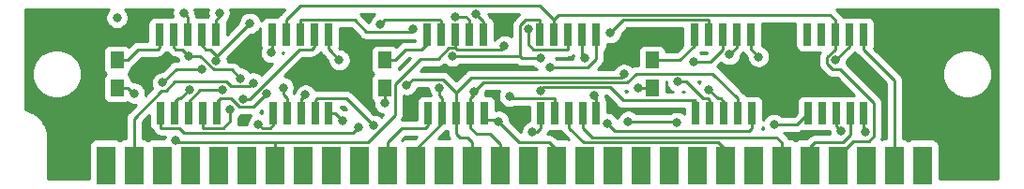
<source format=gbr>
%TF.GenerationSoftware,KiCad,Pcbnew,(5.1.9)-1*%
%TF.CreationDate,2021-01-13T00:13:40+11:00*%
%TF.ProjectId,1M-30pinsimm,314d2d33-3070-4696-9e73-696d6d2e6b69,rev?*%
%TF.SameCoordinates,Original*%
%TF.FileFunction,Copper,L1,Top*%
%TF.FilePolarity,Positive*%
%FSLAX46Y46*%
G04 Gerber Fmt 4.6, Leading zero omitted, Abs format (unit mm)*
G04 Created by KiCad (PCBNEW (5.1.9)-1) date 2021-01-13 00:13:40*
%MOMM*%
%LPD*%
G01*
G04 APERTURE LIST*
%TA.AperFunction,SMDPad,CuDef*%
%ADD10R,0.800000X2.000000*%
%TD*%
%TA.AperFunction,SMDPad,CuDef*%
%ADD11R,1.250000X1.500000*%
%TD*%
%TA.AperFunction,ComponentPad*%
%ADD12R,1.780000X3.500000*%
%TD*%
%TA.AperFunction,ViaPad*%
%ADD13C,0.800000*%
%TD*%
%TA.AperFunction,Conductor*%
%ADD14C,0.250000*%
%TD*%
%TA.AperFunction,NonConductor*%
%ADD15C,0.254000*%
%TD*%
%TA.AperFunction,NonConductor*%
%ADD16C,0.100000*%
%TD*%
G04 APERTURE END LIST*
D10*
%TO.P,U3,14*%
%TO.N,A4*%
X175387000Y-120396000D03*
%TO.P,U3,15*%
%TO.N,A5*%
X176657000Y-120396000D03*
%TO.P,U3,16*%
%TO.N,A6*%
X177927000Y-120396000D03*
%TO.P,U3,17*%
%TO.N,A7*%
X179197000Y-120396000D03*
%TO.P,U3,18*%
%TO.N,A8*%
X180467000Y-120396000D03*
%TO.P,U3,22*%
%TO.N,A9*%
X185547000Y-120396000D03*
%TO.P,U3,23*%
%TO.N,Net-(U3-Pad23)*%
X186817000Y-120396000D03*
%TO.P,U3,24*%
%TO.N,CASP*%
X188087000Y-120396000D03*
%TO.P,U3,25*%
%TO.N,QP*%
X189357000Y-120396000D03*
%TO.P,U3,26*%
%TO.N,GND*%
X190500000Y-120396000D03*
%TO.P,U3,1*%
%TO.N,DP*%
X190500000Y-113284000D03*
%TO.P,U3,2*%
%TO.N,WE*%
X189230000Y-113284000D03*
%TO.P,U3,3*%
%TO.N,RAS*%
X187960000Y-113284000D03*
%TO.P,U3,4*%
%TO.N,Net-(U3-Pad4)*%
X186690000Y-113284000D03*
%TO.P,U3,5*%
%TO.N,Net-(U3-Pad5)*%
X185420000Y-113284000D03*
%TO.P,U3,9*%
%TO.N,A0*%
X180340000Y-113284000D03*
%TO.P,U3,10*%
%TO.N,A1*%
X179070000Y-113284000D03*
%TO.P,U3,11*%
%TO.N,A2*%
X177800000Y-113284000D03*
%TO.P,U3,12*%
%TO.N,A3*%
X176530000Y-113284000D03*
%TO.P,U3,13*%
%TO.N,Net-(C3-Pad1)*%
X175260000Y-113284000D03*
%TD*%
D11*
%TO.P,C3,1*%
%TO.N,Net-(C3-Pad1)*%
X171450000Y-115590000D03*
%TO.P,C3,2*%
%TO.N,+5V*%
X171450000Y-118090000D03*
%TD*%
%TO.P,C2,1*%
%TO.N,Net-(C2-Pad1)*%
X147320000Y-115590000D03*
%TO.P,C2,2*%
%TO.N,+5V*%
X147320000Y-118090000D03*
%TD*%
%TO.P,C1,1*%
%TO.N,Net-(C1-Pad1)*%
X123190000Y-115590000D03*
%TO.P,C1,2*%
%TO.N,+5V*%
X123190000Y-118090000D03*
%TD*%
D10*
%TO.P,U2,14*%
%TO.N,A4*%
X151257000Y-120396000D03*
%TO.P,U2,15*%
%TO.N,A5*%
X152527000Y-120396000D03*
%TO.P,U2,16*%
%TO.N,A6*%
X153797000Y-120396000D03*
%TO.P,U2,17*%
%TO.N,A7*%
X155067000Y-120396000D03*
%TO.P,U2,18*%
%TO.N,A8*%
X156337000Y-120396000D03*
%TO.P,U2,22*%
%TO.N,GND*%
X161417000Y-120396000D03*
%TO.P,U2,23*%
%TO.N,CAS*%
X162687000Y-120396000D03*
%TO.P,U2,24*%
%TO.N,DQ6*%
X163957000Y-120396000D03*
%TO.P,U2,25*%
%TO.N,DQ7*%
X165227000Y-120396000D03*
%TO.P,U2,26*%
%TO.N,GND*%
X166370000Y-120396000D03*
%TO.P,U2,1*%
%TO.N,DQ4*%
X166370000Y-113284000D03*
%TO.P,U2,2*%
%TO.N,DQ5*%
X165100000Y-113284000D03*
%TO.P,U2,3*%
%TO.N,WE*%
X163830000Y-113284000D03*
%TO.P,U2,4*%
%TO.N,RAS*%
X162560000Y-113284000D03*
%TO.P,U2,5*%
%TO.N,A9*%
X161290000Y-113284000D03*
%TO.P,U2,9*%
%TO.N,A0*%
X156210000Y-113284000D03*
%TO.P,U2,10*%
%TO.N,A1*%
X154940000Y-113284000D03*
%TO.P,U2,11*%
%TO.N,A2*%
X153670000Y-113284000D03*
%TO.P,U2,12*%
%TO.N,A3*%
X152400000Y-113284000D03*
%TO.P,U2,13*%
%TO.N,Net-(C2-Pad1)*%
X151130000Y-113284000D03*
%TD*%
%TO.P,U1,14*%
%TO.N,A4*%
X127127000Y-120396000D03*
%TO.P,U1,15*%
%TO.N,A5*%
X128397000Y-120396000D03*
%TO.P,U1,16*%
%TO.N,A6*%
X129667000Y-120396000D03*
%TO.P,U1,17*%
%TO.N,A7*%
X130937000Y-120396000D03*
%TO.P,U1,18*%
%TO.N,A8*%
X132207000Y-120396000D03*
%TO.P,U1,22*%
%TO.N,GND*%
X137287000Y-120396000D03*
%TO.P,U1,23*%
%TO.N,CAS*%
X138557000Y-120396000D03*
%TO.P,U1,24*%
%TO.N,DQ2*%
X139827000Y-120396000D03*
%TO.P,U1,25*%
%TO.N,DQ3*%
X141097000Y-120396000D03*
%TO.P,U1,26*%
%TO.N,GND*%
X142240000Y-120396000D03*
%TO.P,U1,1*%
%TO.N,DQ0*%
X142240000Y-113284000D03*
%TO.P,U1,2*%
%TO.N,DQ1*%
X140970000Y-113284000D03*
%TO.P,U1,3*%
%TO.N,WE*%
X139700000Y-113284000D03*
%TO.P,U1,4*%
%TO.N,RAS*%
X138430000Y-113284000D03*
%TO.P,U1,5*%
%TO.N,A9*%
X137160000Y-113284000D03*
%TO.P,U1,9*%
%TO.N,A0*%
X132080000Y-113284000D03*
%TO.P,U1,10*%
%TO.N,A1*%
X130810000Y-113284000D03*
%TO.P,U1,11*%
%TO.N,A2*%
X129540000Y-113284000D03*
%TO.P,U1,12*%
%TO.N,A3*%
X128270000Y-113284000D03*
%TO.P,U1,13*%
%TO.N,Net-(C1-Pad1)*%
X127000000Y-113284000D03*
%TD*%
D12*
%TO.P,B1,21*%
%TO.N,WE*%
X172974000Y-125098000D03*
%TO.P,B1,20*%
%TO.N,DQ5*%
X170434000Y-125098000D03*
%TO.P,B1,29*%
%TO.N,DP*%
X193294000Y-125098000D03*
%TO.P,B1,28*%
%TO.N,CASP*%
X190754000Y-125098000D03*
%TO.P,B1,27*%
%TO.N,RAS*%
X188214000Y-125098000D03*
%TO.P,B1,19*%
%TO.N,Net-(B1-Pad19)*%
X167894000Y-125098000D03*
%TO.P,B1,30*%
%TO.N,+5V*%
X195834000Y-125098000D03*
%TO.P,B1,26*%
%TO.N,QP*%
X185674000Y-125098000D03*
%TO.P,B1,17*%
%TO.N,A8*%
X162814000Y-125098000D03*
%TO.P,B1,25*%
%TO.N,DQ7*%
X183134000Y-125098000D03*
%TO.P,B1,22*%
%TO.N,GND*%
X175514000Y-125098000D03*
%TO.P,B1,18*%
%TO.N,A9*%
X165354000Y-125098000D03*
%TO.P,B1,24*%
%TO.N,Net-(B1-Pad24)*%
X180594000Y-125098000D03*
%TO.P,B1,23*%
%TO.N,DQ6*%
X178054000Y-125098000D03*
%TO.P,B1,12*%
%TO.N,A5*%
X150114000Y-125098000D03*
%TO.P,B1,11*%
%TO.N,A4*%
X147574000Y-125098000D03*
%TO.P,B1,10*%
%TO.N,DQ2*%
X145034000Y-125098000D03*
%TO.P,B1,16*%
%TO.N,DQ4*%
X160274000Y-125098000D03*
%TO.P,B1,13*%
%TO.N,DQ3*%
X152654000Y-125098000D03*
%TO.P,B1,9*%
%TO.N,GND*%
X142494000Y-125098000D03*
%TO.P,B1,15*%
%TO.N,A7*%
X157734000Y-125098000D03*
%TO.P,B1,14*%
%TO.N,A6*%
X155194000Y-125098000D03*
%TO.P,B1,7*%
%TO.N,A2*%
X137414000Y-125098000D03*
%TO.P,B1,8*%
%TO.N,A3*%
X139954000Y-125098000D03*
%TO.P,B1,6*%
%TO.N,DQ1*%
X134874000Y-125098000D03*
%TO.P,B1,5*%
%TO.N,A1*%
X132334000Y-125098000D03*
%TO.P,B1,4*%
%TO.N,A0*%
X129794000Y-125098000D03*
%TO.P,B1,3*%
%TO.N,DQ0*%
X127254000Y-125098000D03*
%TO.P,B1,2*%
%TO.N,CAS*%
X124714000Y-125098000D03*
%TO.P,B1,1*%
%TO.N,+5V*%
X122174000Y-125098000D03*
%TD*%
D13*
%TO.N,GND*%
X123190000Y-111760000D03*
%TO.N,WE*%
X149922800Y-112748300D03*
X160265200Y-112812600D03*
X187997800Y-115603700D03*
%TO.N,DQ5*%
X165353400Y-115435000D03*
%TO.N,CASP*%
X188529500Y-122036800D03*
%TO.N,+5V*%
X124728100Y-118582800D03*
X170180200Y-118142700D03*
X147354500Y-119495400D03*
%TO.N,A8*%
X167402200Y-121348200D03*
X136692400Y-118622800D03*
X157595200Y-121133900D03*
%TO.N,GND*%
X143560500Y-121087900D03*
X190725300Y-122104200D03*
X135955300Y-121373400D03*
X160665000Y-122072300D03*
X166224800Y-118790000D03*
%TO.N,A9*%
X182449000Y-121406200D03*
X173675500Y-121232500D03*
X169309900Y-121117200D03*
X137102500Y-114901400D03*
X153436400Y-115226200D03*
X161421000Y-115429500D03*
%TO.N,A5*%
X173770600Y-117545200D03*
X129718400Y-118279800D03*
X152281400Y-118081800D03*
%TO.N,A4*%
X161418400Y-118339700D03*
X144994700Y-121679700D03*
%TO.N,DQ2*%
X140191700Y-118735600D03*
%TO.N,DQ4*%
X162207700Y-116248500D03*
%TO.N,DQ3*%
X146306300Y-121480400D03*
%TO.N,A7*%
X155398300Y-118414300D03*
X133413800Y-120082000D03*
%TO.N,A6*%
X176549800Y-118258800D03*
X168926600Y-116872700D03*
X132740400Y-118318000D03*
X149329200Y-117830700D03*
%TO.N,A2*%
X175171600Y-115704400D03*
X158141000Y-114314200D03*
X129194000Y-111328500D03*
X128488200Y-122838200D03*
%TO.N,A3*%
X167704900Y-113119300D03*
X146955400Y-112314600D03*
X129687800Y-115247800D03*
X134330500Y-117229600D03*
%TO.N,DQ1*%
X134565300Y-119095300D03*
%TO.N,A1*%
X135178800Y-112265700D03*
X132133300Y-115646500D03*
X153699000Y-111651100D03*
X178437900Y-115071700D03*
%TO.N,A0*%
X132403800Y-111328500D03*
X155565700Y-111454500D03*
X181059300Y-115276100D03*
%TO.N,DQ0*%
X143234900Y-115581100D03*
X130822800Y-116397100D03*
X127286500Y-117637300D03*
%TO.N,CAS*%
X158622000Y-118857300D03*
X135469300Y-117651200D03*
X138180200Y-118077100D03*
%TD*%
D14*
%TO.N,WE*%
X139700000Y-113284000D02*
X139700000Y-111958700D01*
X149922800Y-112748300D02*
X149625700Y-113045400D01*
X149625700Y-113045400D02*
X145684500Y-113045400D01*
X145684500Y-113045400D02*
X144597800Y-111958700D01*
X144597800Y-111958700D02*
X139700000Y-111958700D01*
X163830000Y-113284000D02*
X163830000Y-114609300D01*
X160265200Y-112812600D02*
X160265200Y-114136700D01*
X160265200Y-114136700D02*
X160737800Y-114609300D01*
X160737800Y-114609300D02*
X163830000Y-114609300D01*
X189230000Y-114371500D02*
X189230000Y-113284000D01*
X187997800Y-115603700D02*
X189230000Y-114371500D01*
%TO.N,DQ5*%
X165100000Y-115181600D02*
X165100000Y-113284000D01*
X165353400Y-115435000D02*
X165100000Y-115181600D01*
%TO.N,DP*%
X190500000Y-113284000D02*
X190500000Y-114609300D01*
X193294000Y-123698000D02*
X193294000Y-117403300D01*
X193294000Y-117403300D02*
X190500000Y-114609300D01*
%TO.N,CASP*%
X188087000Y-121594300D02*
X188529500Y-122036800D01*
X188087000Y-120396000D02*
X188087000Y-121594300D01*
%TO.N,RAS*%
X187960000Y-113284000D02*
X187960000Y-114609300D01*
X188214000Y-123698000D02*
X188856200Y-123698000D01*
X188856200Y-123698000D02*
X189628100Y-122926100D01*
X189628100Y-122926100D02*
X190995000Y-122926100D01*
X190995000Y-122926100D02*
X191454500Y-122466600D01*
X191454500Y-122466600D02*
X191454500Y-119454000D01*
X191454500Y-119454000D02*
X188428800Y-116428300D01*
X188428800Y-116428300D02*
X187721500Y-116428300D01*
X187721500Y-116428300D02*
X187232300Y-115939100D01*
X187232300Y-115939100D02*
X187232300Y-115337000D01*
X187232300Y-115337000D02*
X187960000Y-114609300D01*
X138430000Y-111958700D02*
X139690300Y-110698400D01*
X139690300Y-110698400D02*
X161299700Y-110698400D01*
X161299700Y-110698400D02*
X162560000Y-111958700D01*
X138430000Y-113284000D02*
X138430000Y-111958700D01*
X187960000Y-111958700D02*
X187489900Y-111488600D01*
X187489900Y-111488600D02*
X163030100Y-111488600D01*
X163030100Y-111488600D02*
X162560000Y-111958700D01*
X162560000Y-113284000D02*
X162560000Y-111958700D01*
X187960000Y-113284000D02*
X187960000Y-111958700D01*
%TO.N,+5V*%
X123190000Y-118090000D02*
X124140300Y-118090000D01*
X124728100Y-118582800D02*
X124633100Y-118582800D01*
X124633100Y-118582800D02*
X124140300Y-118090000D01*
X171450000Y-118090000D02*
X170499700Y-118090000D01*
X170180200Y-118142700D02*
X170447000Y-118142700D01*
X170447000Y-118142700D02*
X170499700Y-118090000D01*
X147320000Y-119165300D02*
X147320000Y-119460900D01*
X147320000Y-119460900D02*
X147354500Y-119495400D01*
X147320000Y-118090000D02*
X147320000Y-119165300D01*
%TO.N,QP*%
X189357000Y-121721300D02*
X189357000Y-122307500D01*
X189357000Y-122307500D02*
X188641800Y-123022700D01*
X189357000Y-120396000D02*
X189357000Y-121721300D01*
X185674000Y-123452300D02*
X186103600Y-123022700D01*
X185674000Y-123698000D02*
X185674000Y-123452300D01*
X188641800Y-123022700D02*
X186103600Y-123022700D01*
%TO.N,A8*%
X180467000Y-120396000D02*
X180467000Y-121721300D01*
X167402200Y-121348200D02*
X168048200Y-121994200D01*
X168048200Y-121994200D02*
X180194100Y-121994200D01*
X180194100Y-121994200D02*
X180467000Y-121721300D01*
X136692400Y-118622800D02*
X135490400Y-119824800D01*
X135490400Y-119824800D02*
X134182400Y-119824800D01*
X134182400Y-119824800D02*
X133428300Y-119070700D01*
X156337000Y-121002300D02*
X157463600Y-121002300D01*
X157463600Y-121002300D02*
X157595200Y-121133900D01*
X156337000Y-120396000D02*
X156337000Y-121002300D01*
X162138999Y-123022999D02*
X162814000Y-123698000D01*
X159484299Y-123022999D02*
X162138999Y-123022999D01*
X157595200Y-121133900D02*
X159484299Y-123022999D01*
X132207000Y-119358300D02*
X132494600Y-119070700D01*
X132207000Y-120396000D02*
X132207000Y-119358300D01*
X133428300Y-119070700D02*
X132494600Y-119070700D01*
%TO.N,DQ7*%
X165227000Y-120396000D02*
X165227000Y-121721300D01*
X183134000Y-123698000D02*
X183134000Y-123022700D01*
X183134000Y-123022700D02*
X182683600Y-122572300D01*
X182683600Y-122572300D02*
X166078000Y-122572300D01*
X166078000Y-122572300D02*
X165227000Y-121721300D01*
%TO.N,GND*%
X166370000Y-119070700D02*
X166370000Y-118935200D01*
X166370000Y-118935200D02*
X166224800Y-118790000D01*
X161417000Y-120396000D02*
X161417000Y-121721300D01*
X166370000Y-120396000D02*
X166370000Y-119070700D01*
X137287000Y-121412000D02*
X137287000Y-120396000D01*
X136977700Y-121721300D02*
X137287000Y-121412000D01*
X136303200Y-121721300D02*
X136977700Y-121721300D01*
X135955300Y-121373400D02*
X136303200Y-121721300D01*
X142868600Y-120396000D02*
X143560500Y-121087900D01*
X142240000Y-120396000D02*
X142868600Y-120396000D01*
X161066000Y-122072300D02*
X161417000Y-121721300D01*
X160665000Y-122072300D02*
X161066000Y-122072300D01*
X190500000Y-121878900D02*
X190725300Y-122104200D01*
X190500000Y-120396000D02*
X190500000Y-121878900D01*
%TO.N,A9*%
X159532500Y-115225800D02*
X153436800Y-115225800D01*
X153436800Y-115225800D02*
X153436400Y-115226200D01*
X169309900Y-121117200D02*
X173560200Y-121117200D01*
X173560200Y-121117200D02*
X173675500Y-121232500D01*
X161290000Y-113284000D02*
X161290000Y-111958700D01*
X159532500Y-115225800D02*
X159736200Y-115429500D01*
X159736200Y-115429500D02*
X161421000Y-115429500D01*
X161290000Y-111958700D02*
X160033900Y-111958700D01*
X160033900Y-111958700D02*
X159532500Y-112460100D01*
X159532500Y-112460100D02*
X159532500Y-115225800D01*
X137102500Y-114901400D02*
X137160000Y-114843900D01*
X137160000Y-114843900D02*
X137160000Y-113284000D01*
X184536800Y-121406200D02*
X185547000Y-120396000D01*
X182449000Y-121406200D02*
X184536800Y-121406200D01*
%TO.N,DQ6*%
X177378700Y-123022700D02*
X178054000Y-123698000D01*
X165258400Y-123022700D02*
X177378700Y-123022700D01*
X163957000Y-121721300D02*
X165258400Y-123022700D01*
X163957000Y-120396000D02*
X163957000Y-121721300D01*
%TO.N,A5*%
X129718400Y-118279800D02*
X128927500Y-119070700D01*
X152527000Y-119070700D02*
X152281400Y-118825100D01*
X152281400Y-118825100D02*
X152281400Y-118081800D01*
X152527000Y-120396000D02*
X152527000Y-119070700D01*
X152527000Y-121285000D02*
X152527000Y-120396000D01*
X150114000Y-123698000D02*
X152527000Y-121285000D01*
X128397000Y-119371000D02*
X128697300Y-119070700D01*
X128397000Y-120396000D02*
X128397000Y-119371000D01*
X128927500Y-119070700D02*
X128697300Y-119070700D01*
X176657000Y-119240300D02*
X176657000Y-120396000D01*
X176487400Y-119070700D02*
X176657000Y-119240300D01*
X176037700Y-119070700D02*
X176487400Y-119070700D01*
X174512200Y-117545200D02*
X176037700Y-119070700D01*
X173770600Y-117545200D02*
X174512200Y-117545200D01*
%TO.N,A4*%
X147574000Y-123698000D02*
X147574000Y-123022700D01*
X148875400Y-121721300D02*
X147574000Y-123022700D01*
X127127000Y-120396000D02*
X127127000Y-121721300D01*
X127127000Y-121721300D02*
X128763200Y-121721300D01*
X128763200Y-121721300D02*
X129213600Y-122171700D01*
X129213600Y-122171700D02*
X144502700Y-122171700D01*
X144502700Y-122171700D02*
X144994700Y-121679700D01*
X151007500Y-121712300D02*
X151257000Y-121462800D01*
X151007500Y-121721300D02*
X151007500Y-121712300D01*
X151257000Y-120396000D02*
X151257000Y-121462800D01*
X151007500Y-121721300D02*
X148875400Y-121721300D01*
X175387000Y-119316500D02*
X175387000Y-120396000D01*
X175306900Y-119236400D02*
X175387000Y-119316500D01*
X168828900Y-119236400D02*
X175306900Y-119236400D01*
X167654400Y-118061900D02*
X168828900Y-119236400D01*
X161696200Y-118061900D02*
X167654400Y-118061900D01*
X161418400Y-118339700D02*
X161696200Y-118061900D01*
%TO.N,DQ2*%
X139827000Y-120396000D02*
X139827000Y-119070700D01*
X140191700Y-118735600D02*
X139856600Y-119070700D01*
X139856600Y-119070700D02*
X139827000Y-119070700D01*
%TO.N,DQ4*%
X166370000Y-113284000D02*
X166370000Y-115485800D01*
X166370000Y-115485800D02*
X165607300Y-116248500D01*
X165607300Y-116248500D02*
X162207700Y-116248500D01*
%TO.N,DQ3*%
X146306300Y-121480400D02*
X143896600Y-119070700D01*
X141097000Y-119253000D02*
X141279300Y-119070700D01*
X141097000Y-120396000D02*
X141097000Y-119253000D01*
X143896600Y-119070700D02*
X141279300Y-119070700D01*
%TO.N,A7*%
X179197000Y-119070700D02*
X176925900Y-116799600D01*
X176925900Y-116799600D02*
X170025500Y-116799600D01*
X170025500Y-116799600D02*
X169216300Y-117608800D01*
X169216300Y-117608800D02*
X156203800Y-117608800D01*
X156203800Y-117608800D02*
X155398300Y-118414300D01*
X155067000Y-120396000D02*
X155067000Y-121721300D01*
X130937000Y-120396000D02*
X130937000Y-121721300D01*
X155067000Y-120396000D02*
X155067000Y-119070700D01*
X155398300Y-118414300D02*
X155398300Y-118739400D01*
X155398300Y-118739400D02*
X155067000Y-119070700D01*
X130937000Y-121721300D02*
X132787700Y-121721300D01*
X132787700Y-121721300D02*
X133413800Y-121095200D01*
X133413800Y-121095200D02*
X133413800Y-120082000D01*
X179197000Y-120396000D02*
X179197000Y-119070700D01*
X157734000Y-123698000D02*
X157734000Y-123164600D01*
X156828200Y-122258800D02*
X155604500Y-122258800D01*
X157734000Y-123164600D02*
X156828200Y-122258800D01*
X155604500Y-122258800D02*
X155067000Y-121721300D01*
%TO.N,A6*%
X153797000Y-118521800D02*
X153797000Y-119070700D01*
X149329200Y-117830700D02*
X149845400Y-117314500D01*
X149845400Y-117314500D02*
X152589700Y-117314500D01*
X152589700Y-117314500D02*
X153797000Y-118521800D01*
X153797000Y-118521800D02*
X155160400Y-117158400D01*
X155160400Y-117158400D02*
X168640900Y-117158400D01*
X168640900Y-117158400D02*
X168926600Y-116872700D01*
X153797000Y-120396000D02*
X153797000Y-119070700D01*
X153797000Y-122301000D02*
X153797000Y-120396000D01*
X155194000Y-123698000D02*
X155194000Y-123037600D01*
X154762200Y-122605800D02*
X154101800Y-122605800D01*
X155194000Y-123037600D02*
X154762200Y-122605800D01*
X154101800Y-122605800D02*
X153797000Y-122301000D01*
X130706000Y-118318000D02*
X132740400Y-118318000D01*
X129667000Y-119357000D02*
X130706000Y-118318000D01*
X129667000Y-120396000D02*
X129667000Y-119357000D01*
X177655800Y-119070700D02*
X177927000Y-119341900D01*
X177927000Y-119341900D02*
X177927000Y-120396000D01*
X177361700Y-119070700D02*
X177655800Y-119070700D01*
X176549800Y-118258800D02*
X177361700Y-119070700D01*
%TO.N,A2*%
X177800000Y-113284000D02*
X177800000Y-114609300D01*
X175171600Y-115704400D02*
X176704900Y-115704400D01*
X176704900Y-115704400D02*
X177800000Y-114609300D01*
X153670000Y-114500500D02*
X153737000Y-114500500D01*
X153737000Y-114500500D02*
X153845900Y-114609400D01*
X153845900Y-114609400D02*
X157845800Y-114609400D01*
X157845800Y-114609400D02*
X158141000Y-114314200D01*
X153670000Y-114500500D02*
X153670000Y-114496700D01*
X137414000Y-123022700D02*
X145789800Y-123022700D01*
X145789800Y-123022700D02*
X148270400Y-120542100D01*
X148270400Y-120542100D02*
X148270400Y-117787200D01*
X148270400Y-117787200D02*
X150593500Y-115464100D01*
X150593500Y-115464100D02*
X152172800Y-115464100D01*
X152172800Y-115464100D02*
X153136400Y-114500500D01*
X153136400Y-114500500D02*
X153670000Y-114500500D01*
X153670000Y-113284000D02*
X153670000Y-114496700D01*
X137414000Y-123135300D02*
X137414000Y-123022700D01*
X137414000Y-123698000D02*
X137414000Y-123135300D01*
X129194000Y-111328500D02*
X129540000Y-111674500D01*
X129540000Y-111674500D02*
X129540000Y-113284000D01*
X137414000Y-123022700D02*
X128672700Y-123022700D01*
X128672700Y-123022700D02*
X128488200Y-122838200D01*
%TO.N,A3*%
X129687800Y-115247800D02*
X129049300Y-114609300D01*
X134330500Y-117229600D02*
X133560000Y-116459100D01*
X133560000Y-116459100D02*
X131920200Y-116459100D01*
X131920200Y-116459100D02*
X130708900Y-115247800D01*
X130708900Y-115247800D02*
X129687800Y-115247800D01*
X176530000Y-113284000D02*
X176530000Y-111958700D01*
X167704900Y-113119300D02*
X168865500Y-111958700D01*
X168865500Y-111958700D02*
X176530000Y-111958700D01*
X152400000Y-112034000D02*
X152400000Y-113284000D01*
X152280601Y-111914601D02*
X152400000Y-112034000D01*
X147355399Y-111914601D02*
X152280601Y-111914601D01*
X146955400Y-112314600D02*
X147355399Y-111914601D01*
X128270000Y-114376200D02*
X128503100Y-114609300D01*
X128270000Y-113284000D02*
X128270000Y-114376200D01*
X129049300Y-114609300D02*
X128503100Y-114609300D01*
%TO.N,DQ1*%
X140970000Y-114388900D02*
X140970000Y-113284000D01*
X140749600Y-114609300D02*
X140970000Y-114388900D01*
X139608900Y-114609300D02*
X140749600Y-114609300D01*
X135122900Y-119095300D02*
X139608900Y-114609300D01*
X134565300Y-119095300D02*
X135122900Y-119095300D01*
%TO.N,A1*%
X132133300Y-115165600D02*
X131577000Y-114609300D01*
X132133300Y-115646500D02*
X132133300Y-115165600D01*
X132133300Y-115165600D02*
X132278900Y-115165600D01*
X132278900Y-115165600D02*
X135178800Y-112265700D01*
X154940000Y-113284000D02*
X154940000Y-111958700D01*
X153699000Y-111651100D02*
X154632400Y-111651100D01*
X154632400Y-111651100D02*
X154940000Y-111958700D01*
X179070000Y-114439600D02*
X179070000Y-113284000D01*
X178437900Y-115071700D02*
X179070000Y-114439600D01*
X130810000Y-114232800D02*
X131186500Y-114609300D01*
X130810000Y-113284000D02*
X130810000Y-114232800D01*
X131577000Y-114609300D02*
X131186500Y-114609300D01*
%TO.N,A0*%
X132080000Y-113284000D02*
X132080000Y-111958700D01*
X132080000Y-111958700D02*
X132403800Y-111634900D01*
X132403800Y-111634900D02*
X132403800Y-111328500D01*
X180340000Y-114556800D02*
X180340000Y-114338100D01*
X181059300Y-115276100D02*
X180340000Y-114556800D01*
X180340000Y-113284000D02*
X180340000Y-114338100D01*
X156210000Y-112098800D02*
X156210000Y-113284000D01*
X155565700Y-111454500D02*
X156210000Y-112098800D01*
%TO.N,DQ0*%
X127286500Y-117637300D02*
X128526700Y-116397100D01*
X128526700Y-116397100D02*
X130822800Y-116397100D01*
X142240000Y-114586200D02*
X142484250Y-114830450D01*
X142240000Y-113284000D02*
X142240000Y-114586200D01*
X142484250Y-114830450D02*
X143234900Y-115581100D01*
%TO.N,CAS*%
X135469300Y-117651200D02*
X135140900Y-117979600D01*
X135140900Y-117979600D02*
X133427800Y-117979600D01*
X133427800Y-117979600D02*
X133002700Y-117554500D01*
X133002700Y-117554500D02*
X128395100Y-117554500D01*
X128395100Y-117554500D02*
X127587000Y-118362600D01*
X127587000Y-118362600D02*
X127228300Y-118362600D01*
X127228300Y-118362600D02*
X124714000Y-120876900D01*
X124714000Y-120876900D02*
X124714000Y-123698000D01*
X162687000Y-120396000D02*
X162687000Y-119070700D01*
X158622000Y-118857300D02*
X158835400Y-119070700D01*
X158835400Y-119070700D02*
X162687000Y-119070700D01*
X138180200Y-118077100D02*
X138180200Y-118693900D01*
X138180200Y-118693900D02*
X138557000Y-119070700D01*
X138557000Y-120396000D02*
X138557000Y-119070700D01*
%TO.N,Net-(C1-Pad1)*%
X127000000Y-114452400D02*
X127000000Y-113284000D01*
X126843100Y-114609300D02*
X127000000Y-114452400D01*
X125121000Y-114609300D02*
X126843100Y-114609300D01*
X124140300Y-115590000D02*
X125121000Y-114609300D01*
X123190000Y-115590000D02*
X124140300Y-115590000D01*
%TO.N,Net-(C2-Pad1)*%
X147320000Y-115590000D02*
X148270300Y-115590000D01*
X149251000Y-114609300D02*
X148270300Y-115590000D01*
X151130000Y-114122200D02*
X150642900Y-114609300D01*
X151130000Y-113284000D02*
X151130000Y-114122200D01*
X150642900Y-114609300D02*
X149251000Y-114609300D01*
%TO.N,Net-(C3-Pad1)*%
X175260000Y-113284000D02*
X175260000Y-114300000D01*
X173970000Y-115590000D02*
X171450000Y-115590000D01*
X175260000Y-114300000D02*
X173970000Y-115590000D01*
%TD*%
D15*
X202667000Y-126340000D02*
X197362072Y-126340000D01*
X197362072Y-123348000D01*
X197349812Y-123223518D01*
X197313502Y-123103820D01*
X197254537Y-122993506D01*
X197175185Y-122896815D01*
X197078494Y-122817463D01*
X196968180Y-122758498D01*
X196848482Y-122722188D01*
X196724000Y-122709928D01*
X194944000Y-122709928D01*
X194819518Y-122722188D01*
X194699820Y-122758498D01*
X194589506Y-122817463D01*
X194564000Y-122838395D01*
X194538494Y-122817463D01*
X194428180Y-122758498D01*
X194308482Y-122722188D01*
X194184000Y-122709928D01*
X194054000Y-122709928D01*
X194054000Y-117440625D01*
X194057676Y-117403300D01*
X194054000Y-117365975D01*
X194054000Y-117365967D01*
X194043003Y-117254314D01*
X193999546Y-117111053D01*
X193928974Y-116979024D01*
X193834001Y-116863299D01*
X193805003Y-116839501D01*
X193585374Y-116619872D01*
X197663000Y-116619872D01*
X197663000Y-117060128D01*
X197748890Y-117491925D01*
X197917369Y-117898669D01*
X198161962Y-118264729D01*
X198473271Y-118576038D01*
X198839331Y-118820631D01*
X199246075Y-118989110D01*
X199677872Y-119075000D01*
X200118128Y-119075000D01*
X200549925Y-118989110D01*
X200956669Y-118820631D01*
X201322729Y-118576038D01*
X201634038Y-118264729D01*
X201878631Y-117898669D01*
X202047110Y-117491925D01*
X202133000Y-117060128D01*
X202133000Y-116619872D01*
X202047110Y-116188075D01*
X201878631Y-115781331D01*
X201634038Y-115415271D01*
X201322729Y-115103962D01*
X200956669Y-114859369D01*
X200549925Y-114690890D01*
X200118128Y-114605000D01*
X199677872Y-114605000D01*
X199246075Y-114690890D01*
X198839331Y-114859369D01*
X198473271Y-115103962D01*
X198161962Y-115415271D01*
X197917369Y-115781331D01*
X197748890Y-116188075D01*
X197663000Y-116619872D01*
X193585374Y-116619872D01*
X191490475Y-114524974D01*
X191525812Y-114408482D01*
X191538072Y-114284000D01*
X191538072Y-112284000D01*
X191525812Y-112159518D01*
X191489502Y-112039820D01*
X191430537Y-111929506D01*
X191351185Y-111832815D01*
X191254494Y-111753463D01*
X191144180Y-111694498D01*
X191024482Y-111658188D01*
X190900000Y-111645928D01*
X190100000Y-111645928D01*
X189975518Y-111658188D01*
X189865000Y-111691713D01*
X189754482Y-111658188D01*
X189630000Y-111645928D01*
X188830000Y-111645928D01*
X188705518Y-111658188D01*
X188666618Y-111669988D01*
X188665546Y-111666453D01*
X188594974Y-111534424D01*
X188500001Y-111418699D01*
X188470997Y-111394896D01*
X188099101Y-111023000D01*
X202667001Y-111023000D01*
X202667000Y-126340000D01*
%TA.AperFunction,NonConductor*%
D16*
G36*
X202667000Y-126340000D02*
G01*
X197362072Y-126340000D01*
X197362072Y-123348000D01*
X197349812Y-123223518D01*
X197313502Y-123103820D01*
X197254537Y-122993506D01*
X197175185Y-122896815D01*
X197078494Y-122817463D01*
X196968180Y-122758498D01*
X196848482Y-122722188D01*
X196724000Y-122709928D01*
X194944000Y-122709928D01*
X194819518Y-122722188D01*
X194699820Y-122758498D01*
X194589506Y-122817463D01*
X194564000Y-122838395D01*
X194538494Y-122817463D01*
X194428180Y-122758498D01*
X194308482Y-122722188D01*
X194184000Y-122709928D01*
X194054000Y-122709928D01*
X194054000Y-117440625D01*
X194057676Y-117403300D01*
X194054000Y-117365975D01*
X194054000Y-117365967D01*
X194043003Y-117254314D01*
X193999546Y-117111053D01*
X193928974Y-116979024D01*
X193834001Y-116863299D01*
X193805003Y-116839501D01*
X193585374Y-116619872D01*
X197663000Y-116619872D01*
X197663000Y-117060128D01*
X197748890Y-117491925D01*
X197917369Y-117898669D01*
X198161962Y-118264729D01*
X198473271Y-118576038D01*
X198839331Y-118820631D01*
X199246075Y-118989110D01*
X199677872Y-119075000D01*
X200118128Y-119075000D01*
X200549925Y-118989110D01*
X200956669Y-118820631D01*
X201322729Y-118576038D01*
X201634038Y-118264729D01*
X201878631Y-117898669D01*
X202047110Y-117491925D01*
X202133000Y-117060128D01*
X202133000Y-116619872D01*
X202047110Y-116188075D01*
X201878631Y-115781331D01*
X201634038Y-115415271D01*
X201322729Y-115103962D01*
X200956669Y-114859369D01*
X200549925Y-114690890D01*
X200118128Y-114605000D01*
X199677872Y-114605000D01*
X199246075Y-114690890D01*
X198839331Y-114859369D01*
X198473271Y-115103962D01*
X198161962Y-115415271D01*
X197917369Y-115781331D01*
X197748890Y-116188075D01*
X197663000Y-116619872D01*
X193585374Y-116619872D01*
X191490475Y-114524974D01*
X191525812Y-114408482D01*
X191538072Y-114284000D01*
X191538072Y-112284000D01*
X191525812Y-112159518D01*
X191489502Y-112039820D01*
X191430537Y-111929506D01*
X191351185Y-111832815D01*
X191254494Y-111753463D01*
X191144180Y-111694498D01*
X191024482Y-111658188D01*
X190900000Y-111645928D01*
X190100000Y-111645928D01*
X189975518Y-111658188D01*
X189865000Y-111691713D01*
X189754482Y-111658188D01*
X189630000Y-111645928D01*
X188830000Y-111645928D01*
X188705518Y-111658188D01*
X188666618Y-111669988D01*
X188665546Y-111666453D01*
X188594974Y-111534424D01*
X188500001Y-111418699D01*
X188470997Y-111394896D01*
X188099101Y-111023000D01*
X202667001Y-111023000D01*
X202667000Y-126340000D01*
G37*
%TD.AperFunction*%
D15*
X122386063Y-111100226D02*
X122272795Y-111269744D01*
X122194774Y-111458102D01*
X122155000Y-111658061D01*
X122155000Y-111861939D01*
X122194774Y-112061898D01*
X122272795Y-112250256D01*
X122386063Y-112419774D01*
X122530226Y-112563937D01*
X122699744Y-112677205D01*
X122888102Y-112755226D01*
X123088061Y-112795000D01*
X123291939Y-112795000D01*
X123491898Y-112755226D01*
X123680256Y-112677205D01*
X123849774Y-112563937D01*
X123993937Y-112419774D01*
X124107205Y-112250256D01*
X124185226Y-112061898D01*
X124225000Y-111861939D01*
X124225000Y-111658061D01*
X124185226Y-111458102D01*
X124107205Y-111269744D01*
X123993937Y-111100226D01*
X123916711Y-111023000D01*
X128200266Y-111023000D01*
X128198774Y-111026602D01*
X128159000Y-111226561D01*
X128159000Y-111430439D01*
X128198774Y-111630398D01*
X128205207Y-111645928D01*
X127870000Y-111645928D01*
X127745518Y-111658188D01*
X127635000Y-111691713D01*
X127524482Y-111658188D01*
X127400000Y-111645928D01*
X126600000Y-111645928D01*
X126475518Y-111658188D01*
X126355820Y-111694498D01*
X126245506Y-111753463D01*
X126148815Y-111832815D01*
X126069463Y-111929506D01*
X126010498Y-112039820D01*
X125974188Y-112159518D01*
X125961928Y-112284000D01*
X125961928Y-113849300D01*
X125158322Y-113849300D01*
X125120999Y-113845624D01*
X125083676Y-113849300D01*
X125083667Y-113849300D01*
X124972014Y-113860297D01*
X124828753Y-113903754D01*
X124696724Y-113974326D01*
X124580999Y-114069299D01*
X124557201Y-114098297D01*
X124266410Y-114389089D01*
X124266185Y-114388815D01*
X124169494Y-114309463D01*
X124059180Y-114250498D01*
X123939482Y-114214188D01*
X123815000Y-114201928D01*
X122565000Y-114201928D01*
X122440518Y-114214188D01*
X122320820Y-114250498D01*
X122210506Y-114309463D01*
X122113815Y-114388815D01*
X122034463Y-114485506D01*
X121975498Y-114595820D01*
X121939188Y-114715518D01*
X121926928Y-114840000D01*
X121926928Y-116340000D01*
X121939188Y-116464482D01*
X121975498Y-116584180D01*
X122034463Y-116694494D01*
X122113815Y-116791185D01*
X122173296Y-116840000D01*
X122113815Y-116888815D01*
X122034463Y-116985506D01*
X121975498Y-117095820D01*
X121939188Y-117215518D01*
X121926928Y-117340000D01*
X121926928Y-118840000D01*
X121939188Y-118964482D01*
X121975498Y-119084180D01*
X122034463Y-119194494D01*
X122113815Y-119291185D01*
X122210506Y-119370537D01*
X122320820Y-119429502D01*
X122440518Y-119465812D01*
X122565000Y-119478072D01*
X123815000Y-119478072D01*
X123939482Y-119465812D01*
X124059180Y-119429502D01*
X124099819Y-119407780D01*
X124237844Y-119500005D01*
X124426202Y-119578026D01*
X124626161Y-119617800D01*
X124830039Y-119617800D01*
X124915248Y-119600851D01*
X124203003Y-120313096D01*
X124173999Y-120336899D01*
X124130615Y-120389763D01*
X124079026Y-120452624D01*
X124031199Y-120542101D01*
X124008454Y-120584654D01*
X123964997Y-120727915D01*
X123954000Y-120839568D01*
X123954000Y-120839578D01*
X123950324Y-120876900D01*
X123954000Y-120914223D01*
X123954001Y-122709928D01*
X123824000Y-122709928D01*
X123699518Y-122722188D01*
X123579820Y-122758498D01*
X123469506Y-122817463D01*
X123444000Y-122838395D01*
X123418494Y-122817463D01*
X123308180Y-122758498D01*
X123188482Y-122722188D01*
X123064000Y-122709928D01*
X121284000Y-122709928D01*
X121159518Y-122722188D01*
X121039820Y-122758498D01*
X120929506Y-122817463D01*
X120832815Y-122896815D01*
X120753463Y-122993506D01*
X120694498Y-123103820D01*
X120658188Y-123223518D01*
X120645928Y-123348000D01*
X120645928Y-126340000D01*
X116992000Y-126340000D01*
X116992000Y-122649581D01*
X116989146Y-122620603D01*
X116989234Y-122607997D01*
X116988334Y-122598826D01*
X116946882Y-122204422D01*
X116934855Y-122145829D01*
X116923645Y-122087065D01*
X116920981Y-122078243D01*
X116803710Y-121699401D01*
X116780526Y-121644250D01*
X116758120Y-121588792D01*
X116753794Y-121580655D01*
X116565172Y-121231807D01*
X116531717Y-121182208D01*
X116498968Y-121132162D01*
X116493144Y-121125021D01*
X116240356Y-120819453D01*
X116197923Y-120777315D01*
X116156057Y-120734562D01*
X116148962Y-120728694D01*
X116148957Y-120728689D01*
X116148952Y-120728685D01*
X115841631Y-120478041D01*
X115791838Y-120444959D01*
X115742449Y-120411141D01*
X115734343Y-120406759D01*
X115384187Y-120220577D01*
X115328867Y-120197776D01*
X115273899Y-120174216D01*
X115265099Y-120171492D01*
X115265093Y-120171490D01*
X114960000Y-120079378D01*
X114960000Y-116619872D01*
X115494000Y-116619872D01*
X115494000Y-117060128D01*
X115579890Y-117491925D01*
X115748369Y-117898669D01*
X115992962Y-118264729D01*
X116304271Y-118576038D01*
X116670331Y-118820631D01*
X117077075Y-118989110D01*
X117508872Y-119075000D01*
X117949128Y-119075000D01*
X118380925Y-118989110D01*
X118787669Y-118820631D01*
X119153729Y-118576038D01*
X119465038Y-118264729D01*
X119709631Y-117898669D01*
X119878110Y-117491925D01*
X119964000Y-117060128D01*
X119964000Y-116619872D01*
X119878110Y-116188075D01*
X119709631Y-115781331D01*
X119465038Y-115415271D01*
X119153729Y-115103962D01*
X118787669Y-114859369D01*
X118380925Y-114690890D01*
X117949128Y-114605000D01*
X117508872Y-114605000D01*
X117077075Y-114690890D01*
X116670331Y-114859369D01*
X116304271Y-115103962D01*
X115992962Y-115415271D01*
X115748369Y-115781331D01*
X115579890Y-116188075D01*
X115494000Y-116619872D01*
X114960000Y-116619872D01*
X114960000Y-111023000D01*
X122463289Y-111023000D01*
X122386063Y-111100226D01*
%TA.AperFunction,NonConductor*%
D16*
G36*
X122386063Y-111100226D02*
G01*
X122272795Y-111269744D01*
X122194774Y-111458102D01*
X122155000Y-111658061D01*
X122155000Y-111861939D01*
X122194774Y-112061898D01*
X122272795Y-112250256D01*
X122386063Y-112419774D01*
X122530226Y-112563937D01*
X122699744Y-112677205D01*
X122888102Y-112755226D01*
X123088061Y-112795000D01*
X123291939Y-112795000D01*
X123491898Y-112755226D01*
X123680256Y-112677205D01*
X123849774Y-112563937D01*
X123993937Y-112419774D01*
X124107205Y-112250256D01*
X124185226Y-112061898D01*
X124225000Y-111861939D01*
X124225000Y-111658061D01*
X124185226Y-111458102D01*
X124107205Y-111269744D01*
X123993937Y-111100226D01*
X123916711Y-111023000D01*
X128200266Y-111023000D01*
X128198774Y-111026602D01*
X128159000Y-111226561D01*
X128159000Y-111430439D01*
X128198774Y-111630398D01*
X128205207Y-111645928D01*
X127870000Y-111645928D01*
X127745518Y-111658188D01*
X127635000Y-111691713D01*
X127524482Y-111658188D01*
X127400000Y-111645928D01*
X126600000Y-111645928D01*
X126475518Y-111658188D01*
X126355820Y-111694498D01*
X126245506Y-111753463D01*
X126148815Y-111832815D01*
X126069463Y-111929506D01*
X126010498Y-112039820D01*
X125974188Y-112159518D01*
X125961928Y-112284000D01*
X125961928Y-113849300D01*
X125158322Y-113849300D01*
X125120999Y-113845624D01*
X125083676Y-113849300D01*
X125083667Y-113849300D01*
X124972014Y-113860297D01*
X124828753Y-113903754D01*
X124696724Y-113974326D01*
X124580999Y-114069299D01*
X124557201Y-114098297D01*
X124266410Y-114389089D01*
X124266185Y-114388815D01*
X124169494Y-114309463D01*
X124059180Y-114250498D01*
X123939482Y-114214188D01*
X123815000Y-114201928D01*
X122565000Y-114201928D01*
X122440518Y-114214188D01*
X122320820Y-114250498D01*
X122210506Y-114309463D01*
X122113815Y-114388815D01*
X122034463Y-114485506D01*
X121975498Y-114595820D01*
X121939188Y-114715518D01*
X121926928Y-114840000D01*
X121926928Y-116340000D01*
X121939188Y-116464482D01*
X121975498Y-116584180D01*
X122034463Y-116694494D01*
X122113815Y-116791185D01*
X122173296Y-116840000D01*
X122113815Y-116888815D01*
X122034463Y-116985506D01*
X121975498Y-117095820D01*
X121939188Y-117215518D01*
X121926928Y-117340000D01*
X121926928Y-118840000D01*
X121939188Y-118964482D01*
X121975498Y-119084180D01*
X122034463Y-119194494D01*
X122113815Y-119291185D01*
X122210506Y-119370537D01*
X122320820Y-119429502D01*
X122440518Y-119465812D01*
X122565000Y-119478072D01*
X123815000Y-119478072D01*
X123939482Y-119465812D01*
X124059180Y-119429502D01*
X124099819Y-119407780D01*
X124237844Y-119500005D01*
X124426202Y-119578026D01*
X124626161Y-119617800D01*
X124830039Y-119617800D01*
X124915248Y-119600851D01*
X124203003Y-120313096D01*
X124173999Y-120336899D01*
X124130615Y-120389763D01*
X124079026Y-120452624D01*
X124031199Y-120542101D01*
X124008454Y-120584654D01*
X123964997Y-120727915D01*
X123954000Y-120839568D01*
X123954000Y-120839578D01*
X123950324Y-120876900D01*
X123954000Y-120914223D01*
X123954001Y-122709928D01*
X123824000Y-122709928D01*
X123699518Y-122722188D01*
X123579820Y-122758498D01*
X123469506Y-122817463D01*
X123444000Y-122838395D01*
X123418494Y-122817463D01*
X123308180Y-122758498D01*
X123188482Y-122722188D01*
X123064000Y-122709928D01*
X121284000Y-122709928D01*
X121159518Y-122722188D01*
X121039820Y-122758498D01*
X120929506Y-122817463D01*
X120832815Y-122896815D01*
X120753463Y-122993506D01*
X120694498Y-123103820D01*
X120658188Y-123223518D01*
X120645928Y-123348000D01*
X120645928Y-126340000D01*
X116992000Y-126340000D01*
X116992000Y-122649581D01*
X116989146Y-122620603D01*
X116989234Y-122607997D01*
X116988334Y-122598826D01*
X116946882Y-122204422D01*
X116934855Y-122145829D01*
X116923645Y-122087065D01*
X116920981Y-122078243D01*
X116803710Y-121699401D01*
X116780526Y-121644250D01*
X116758120Y-121588792D01*
X116753794Y-121580655D01*
X116565172Y-121231807D01*
X116531717Y-121182208D01*
X116498968Y-121132162D01*
X116493144Y-121125021D01*
X116240356Y-120819453D01*
X116197923Y-120777315D01*
X116156057Y-120734562D01*
X116148962Y-120728694D01*
X116148957Y-120728689D01*
X116148952Y-120728685D01*
X115841631Y-120478041D01*
X115791838Y-120444959D01*
X115742449Y-120411141D01*
X115734343Y-120406759D01*
X115384187Y-120220577D01*
X115328867Y-120197776D01*
X115273899Y-120174216D01*
X115265099Y-120171492D01*
X115265093Y-120171490D01*
X114960000Y-120079378D01*
X114960000Y-116619872D01*
X115494000Y-116619872D01*
X115494000Y-117060128D01*
X115579890Y-117491925D01*
X115748369Y-117898669D01*
X115992962Y-118264729D01*
X116304271Y-118576038D01*
X116670331Y-118820631D01*
X117077075Y-118989110D01*
X117508872Y-119075000D01*
X117949128Y-119075000D01*
X118380925Y-118989110D01*
X118787669Y-118820631D01*
X119153729Y-118576038D01*
X119465038Y-118264729D01*
X119709631Y-117898669D01*
X119878110Y-117491925D01*
X119964000Y-117060128D01*
X119964000Y-116619872D01*
X119878110Y-116188075D01*
X119709631Y-115781331D01*
X119465038Y-115415271D01*
X119153729Y-115103962D01*
X118787669Y-114859369D01*
X118380925Y-114690890D01*
X117949128Y-114605000D01*
X117508872Y-114605000D01*
X117077075Y-114690890D01*
X116670331Y-114859369D01*
X116304271Y-115103962D01*
X115992962Y-115415271D01*
X115748369Y-115781331D01*
X115579890Y-116188075D01*
X115494000Y-116619872D01*
X114960000Y-116619872D01*
X114960000Y-111023000D01*
X122463289Y-111023000D01*
X122386063Y-111100226D01*
G37*
%TD.AperFunction*%
D15*
X186292518Y-122021812D02*
X186417000Y-122034072D01*
X187217000Y-122034072D01*
X187341482Y-122021812D01*
X187438091Y-121992506D01*
X187452026Y-122018576D01*
X187494500Y-122070330D01*
X187494500Y-122138739D01*
X187519157Y-122262700D01*
X186140922Y-122262700D01*
X186103599Y-122259024D01*
X186066276Y-122262700D01*
X186066267Y-122262700D01*
X185954614Y-122273697D01*
X185843179Y-122307500D01*
X185811353Y-122317154D01*
X185679323Y-122387726D01*
X185647115Y-122414159D01*
X185563599Y-122482699D01*
X185539796Y-122511703D01*
X185341571Y-122709928D01*
X184784000Y-122709928D01*
X184659518Y-122722188D01*
X184539820Y-122758498D01*
X184429506Y-122817463D01*
X184404000Y-122838395D01*
X184378494Y-122817463D01*
X184268180Y-122758498D01*
X184148482Y-122722188D01*
X184024000Y-122709928D01*
X183828575Y-122709928D01*
X183768974Y-122598424D01*
X183674001Y-122482699D01*
X183644997Y-122458896D01*
X183352301Y-122166200D01*
X184499478Y-122166200D01*
X184536800Y-122169876D01*
X184574122Y-122166200D01*
X184574133Y-122166200D01*
X184685786Y-122155203D01*
X184829047Y-122111746D01*
X184961076Y-122041174D01*
X184994883Y-122013429D01*
X185022518Y-122021812D01*
X185147000Y-122034072D01*
X185947000Y-122034072D01*
X186071482Y-122021812D01*
X186182000Y-121988287D01*
X186292518Y-122021812D01*
%TA.AperFunction,NonConductor*%
D16*
G36*
X186292518Y-122021812D02*
G01*
X186417000Y-122034072D01*
X187217000Y-122034072D01*
X187341482Y-122021812D01*
X187438091Y-121992506D01*
X187452026Y-122018576D01*
X187494500Y-122070330D01*
X187494500Y-122138739D01*
X187519157Y-122262700D01*
X186140922Y-122262700D01*
X186103599Y-122259024D01*
X186066276Y-122262700D01*
X186066267Y-122262700D01*
X185954614Y-122273697D01*
X185843179Y-122307500D01*
X185811353Y-122317154D01*
X185679323Y-122387726D01*
X185647115Y-122414159D01*
X185563599Y-122482699D01*
X185539796Y-122511703D01*
X185341571Y-122709928D01*
X184784000Y-122709928D01*
X184659518Y-122722188D01*
X184539820Y-122758498D01*
X184429506Y-122817463D01*
X184404000Y-122838395D01*
X184378494Y-122817463D01*
X184268180Y-122758498D01*
X184148482Y-122722188D01*
X184024000Y-122709928D01*
X183828575Y-122709928D01*
X183768974Y-122598424D01*
X183674001Y-122482699D01*
X183644997Y-122458896D01*
X183352301Y-122166200D01*
X184499478Y-122166200D01*
X184536800Y-122169876D01*
X184574122Y-122166200D01*
X184574133Y-122166200D01*
X184685786Y-122155203D01*
X184829047Y-122111746D01*
X184961076Y-122041174D01*
X184994883Y-122013429D01*
X185022518Y-122021812D01*
X185147000Y-122034072D01*
X185947000Y-122034072D01*
X186071482Y-122021812D01*
X186182000Y-121988287D01*
X186292518Y-122021812D01*
G37*
%TD.AperFunction*%
D15*
X126088928Y-121396000D02*
X126101188Y-121520482D01*
X126137498Y-121640180D01*
X126196463Y-121750494D01*
X126275815Y-121847185D01*
X126372506Y-121926537D01*
X126399425Y-121940926D01*
X126421454Y-122013547D01*
X126492026Y-122145576D01*
X126586999Y-122261301D01*
X126702724Y-122356274D01*
X126834753Y-122426846D01*
X126978014Y-122470303D01*
X127089667Y-122481300D01*
X127127000Y-122484977D01*
X127164333Y-122481300D01*
X127515757Y-122481300D01*
X127492974Y-122536302D01*
X127458438Y-122709928D01*
X126364000Y-122709928D01*
X126239518Y-122722188D01*
X126119820Y-122758498D01*
X126009506Y-122817463D01*
X125984000Y-122838395D01*
X125958494Y-122817463D01*
X125848180Y-122758498D01*
X125728482Y-122722188D01*
X125604000Y-122709928D01*
X125474000Y-122709928D01*
X125474000Y-121191701D01*
X126088928Y-120576773D01*
X126088928Y-121396000D01*
%TA.AperFunction,NonConductor*%
D16*
G36*
X126088928Y-121396000D02*
G01*
X126101188Y-121520482D01*
X126137498Y-121640180D01*
X126196463Y-121750494D01*
X126275815Y-121847185D01*
X126372506Y-121926537D01*
X126399425Y-121940926D01*
X126421454Y-122013547D01*
X126492026Y-122145576D01*
X126586999Y-122261301D01*
X126702724Y-122356274D01*
X126834753Y-122426846D01*
X126978014Y-122470303D01*
X127089667Y-122481300D01*
X127127000Y-122484977D01*
X127164333Y-122481300D01*
X127515757Y-122481300D01*
X127492974Y-122536302D01*
X127458438Y-122709928D01*
X126364000Y-122709928D01*
X126239518Y-122722188D01*
X126119820Y-122758498D01*
X126009506Y-122817463D01*
X125984000Y-122838395D01*
X125958494Y-122817463D01*
X125848180Y-122758498D01*
X125728482Y-122722188D01*
X125604000Y-122709928D01*
X125474000Y-122709928D01*
X125474000Y-121191701D01*
X126088928Y-120576773D01*
X126088928Y-121396000D01*
G37*
%TD.AperFunction*%
D15*
X150027271Y-122709928D02*
X149224000Y-122709928D01*
X149099518Y-122722188D01*
X148979820Y-122758498D01*
X148869506Y-122817463D01*
X148844000Y-122838395D01*
X148838017Y-122833485D01*
X149190202Y-122481300D01*
X150255899Y-122481300D01*
X150027271Y-122709928D01*
%TA.AperFunction,NonConductor*%
D16*
G36*
X150027271Y-122709928D02*
G01*
X149224000Y-122709928D01*
X149099518Y-122722188D01*
X148979820Y-122758498D01*
X148869506Y-122817463D01*
X148844000Y-122838395D01*
X148838017Y-122833485D01*
X149190202Y-122481300D01*
X150255899Y-122481300D01*
X150027271Y-122709928D01*
G37*
%TD.AperFunction*%
D15*
X189794454Y-114901546D02*
X189865026Y-115033576D01*
X189918566Y-115098814D01*
X189960000Y-115149301D01*
X189988998Y-115173099D01*
X192534001Y-117718103D01*
X192534000Y-122709928D01*
X192404000Y-122709928D01*
X192279518Y-122722188D01*
X192160185Y-122758387D01*
X192166014Y-122739173D01*
X192203503Y-122615586D01*
X192214500Y-122503933D01*
X192214500Y-122503924D01*
X192218176Y-122466601D01*
X192214500Y-122429278D01*
X192214500Y-119491323D01*
X192218176Y-119454000D01*
X192214500Y-119416677D01*
X192214500Y-119416667D01*
X192203503Y-119305014D01*
X192160046Y-119161753D01*
X192141083Y-119126276D01*
X192089474Y-119029723D01*
X192018299Y-118942997D01*
X191994501Y-118913999D01*
X191965503Y-118890201D01*
X188992604Y-115917303D01*
X188989662Y-115913719D01*
X188993026Y-115905598D01*
X189032800Y-115705639D01*
X189032800Y-115643501D01*
X189741004Y-114935298D01*
X189770001Y-114911501D01*
X189776991Y-114902984D01*
X189793382Y-114898012D01*
X189794454Y-114901546D01*
%TA.AperFunction,NonConductor*%
D16*
G36*
X189794454Y-114901546D02*
G01*
X189865026Y-115033576D01*
X189918566Y-115098814D01*
X189960000Y-115149301D01*
X189988998Y-115173099D01*
X192534001Y-117718103D01*
X192534000Y-122709928D01*
X192404000Y-122709928D01*
X192279518Y-122722188D01*
X192160185Y-122758387D01*
X192166014Y-122739173D01*
X192203503Y-122615586D01*
X192214500Y-122503933D01*
X192214500Y-122503924D01*
X192218176Y-122466601D01*
X192214500Y-122429278D01*
X192214500Y-119491323D01*
X192218176Y-119454000D01*
X192214500Y-119416677D01*
X192214500Y-119416667D01*
X192203503Y-119305014D01*
X192160046Y-119161753D01*
X192141083Y-119126276D01*
X192089474Y-119029723D01*
X192018299Y-118942997D01*
X191994501Y-118913999D01*
X191965503Y-118890201D01*
X188992604Y-115917303D01*
X188989662Y-115913719D01*
X188993026Y-115905598D01*
X189032800Y-115705639D01*
X189032800Y-115643501D01*
X189741004Y-114935298D01*
X189770001Y-114911501D01*
X189776991Y-114902984D01*
X189793382Y-114898012D01*
X189794454Y-114901546D01*
G37*
%TD.AperFunction*%
D15*
X163251454Y-122013546D02*
X163322026Y-122145576D01*
X163389446Y-122227726D01*
X163417000Y-122261301D01*
X163445998Y-122285099D01*
X163906863Y-122745965D01*
X163828482Y-122722188D01*
X163704000Y-122709928D01*
X162900729Y-122709928D01*
X162702802Y-122512001D01*
X162679000Y-122482998D01*
X162563275Y-122388025D01*
X162431246Y-122317453D01*
X162287985Y-122273996D01*
X162176332Y-122262999D01*
X162176321Y-122262999D01*
X162138999Y-122259323D01*
X162101677Y-122262999D01*
X161954932Y-122262999D01*
X161957001Y-122261301D01*
X162051974Y-122145576D01*
X162122546Y-122013547D01*
X162123618Y-122010012D01*
X162162518Y-122021812D01*
X162287000Y-122034072D01*
X163087000Y-122034072D01*
X163211482Y-122021812D01*
X163250382Y-122010012D01*
X163251454Y-122013546D01*
%TA.AperFunction,NonConductor*%
D16*
G36*
X163251454Y-122013546D02*
G01*
X163322026Y-122145576D01*
X163389446Y-122227726D01*
X163417000Y-122261301D01*
X163445998Y-122285099D01*
X163906863Y-122745965D01*
X163828482Y-122722188D01*
X163704000Y-122709928D01*
X162900729Y-122709928D01*
X162702802Y-122512001D01*
X162679000Y-122482998D01*
X162563275Y-122388025D01*
X162431246Y-122317453D01*
X162287985Y-122273996D01*
X162176332Y-122262999D01*
X162176321Y-122262999D01*
X162138999Y-122259323D01*
X162101677Y-122262999D01*
X161954932Y-122262999D01*
X161957001Y-122261301D01*
X162051974Y-122145576D01*
X162122546Y-122013547D01*
X162123618Y-122010012D01*
X162162518Y-122021812D01*
X162287000Y-122034072D01*
X163087000Y-122034072D01*
X163211482Y-122021812D01*
X163250382Y-122010012D01*
X163251454Y-122013546D01*
G37*
%TD.AperFunction*%
D15*
X153037000Y-122263677D02*
X153033324Y-122301000D01*
X153037000Y-122338322D01*
X153037000Y-122338332D01*
X153047997Y-122449985D01*
X153085100Y-122572300D01*
X153091454Y-122593246D01*
X153153822Y-122709928D01*
X152176874Y-122709928D01*
X152852730Y-122034072D01*
X152927000Y-122034072D01*
X153037000Y-122023238D01*
X153037000Y-122263677D01*
%TA.AperFunction,NonConductor*%
D16*
G36*
X153037000Y-122263677D02*
G01*
X153033324Y-122301000D01*
X153037000Y-122338322D01*
X153037000Y-122338332D01*
X153047997Y-122449985D01*
X153085100Y-122572300D01*
X153091454Y-122593246D01*
X153153822Y-122709928D01*
X152176874Y-122709928D01*
X152852730Y-122034072D01*
X152927000Y-122034072D01*
X153037000Y-122023238D01*
X153037000Y-122263677D01*
G37*
%TD.AperFunction*%
D15*
X157626774Y-118555402D02*
X157587000Y-118755361D01*
X157587000Y-118959239D01*
X157626774Y-119159198D01*
X157704795Y-119347556D01*
X157818063Y-119517074D01*
X157962226Y-119661237D01*
X158131744Y-119774505D01*
X158320102Y-119852526D01*
X158520061Y-119892300D01*
X158723939Y-119892300D01*
X158923898Y-119852526D01*
X158976590Y-119830700D01*
X160378928Y-119830700D01*
X160378928Y-121073926D01*
X160363102Y-121077074D01*
X160174744Y-121155095D01*
X160005226Y-121268363D01*
X159861063Y-121412526D01*
X159747795Y-121582044D01*
X159669774Y-121770402D01*
X159630000Y-121970361D01*
X159630000Y-122093897D01*
X158630200Y-121094098D01*
X158630200Y-121031961D01*
X158590426Y-120832002D01*
X158512405Y-120643644D01*
X158399137Y-120474126D01*
X158254974Y-120329963D01*
X158085456Y-120216695D01*
X157897098Y-120138674D01*
X157697139Y-120098900D01*
X157493261Y-120098900D01*
X157375072Y-120122409D01*
X157375072Y-119396000D01*
X157362812Y-119271518D01*
X157326502Y-119151820D01*
X157267537Y-119041506D01*
X157188185Y-118944815D01*
X157091494Y-118865463D01*
X156981180Y-118806498D01*
X156861482Y-118770188D01*
X156737000Y-118757928D01*
X156376241Y-118757928D01*
X156393526Y-118716198D01*
X156433300Y-118516239D01*
X156433300Y-118454102D01*
X156518602Y-118368800D01*
X157704068Y-118368800D01*
X157626774Y-118555402D01*
%TA.AperFunction,NonConductor*%
D16*
G36*
X157626774Y-118555402D02*
G01*
X157587000Y-118755361D01*
X157587000Y-118959239D01*
X157626774Y-119159198D01*
X157704795Y-119347556D01*
X157818063Y-119517074D01*
X157962226Y-119661237D01*
X158131744Y-119774505D01*
X158320102Y-119852526D01*
X158520061Y-119892300D01*
X158723939Y-119892300D01*
X158923898Y-119852526D01*
X158976590Y-119830700D01*
X160378928Y-119830700D01*
X160378928Y-121073926D01*
X160363102Y-121077074D01*
X160174744Y-121155095D01*
X160005226Y-121268363D01*
X159861063Y-121412526D01*
X159747795Y-121582044D01*
X159669774Y-121770402D01*
X159630000Y-121970361D01*
X159630000Y-122093897D01*
X158630200Y-121094098D01*
X158630200Y-121031961D01*
X158590426Y-120832002D01*
X158512405Y-120643644D01*
X158399137Y-120474126D01*
X158254974Y-120329963D01*
X158085456Y-120216695D01*
X157897098Y-120138674D01*
X157697139Y-120098900D01*
X157493261Y-120098900D01*
X157375072Y-120122409D01*
X157375072Y-119396000D01*
X157362812Y-119271518D01*
X157326502Y-119151820D01*
X157267537Y-119041506D01*
X157188185Y-118944815D01*
X157091494Y-118865463D01*
X156981180Y-118806498D01*
X156861482Y-118770188D01*
X156737000Y-118757928D01*
X156376241Y-118757928D01*
X156393526Y-118716198D01*
X156433300Y-118516239D01*
X156433300Y-118454102D01*
X156518602Y-118368800D01*
X157704068Y-118368800D01*
X157626774Y-118555402D01*
G37*
%TD.AperFunction*%
D15*
X181453774Y-121708098D02*
X181496936Y-121812300D01*
X181346814Y-121812300D01*
X181397537Y-121750494D01*
X181444668Y-121662319D01*
X181453774Y-121708098D01*
%TA.AperFunction,NonConductor*%
D16*
G36*
X181453774Y-121708098D02*
G01*
X181496936Y-121812300D01*
X181346814Y-121812300D01*
X181397537Y-121750494D01*
X181444668Y-121662319D01*
X181453774Y-121708098D01*
G37*
%TD.AperFunction*%
D15*
X135151363Y-120713626D02*
X135038095Y-120883144D01*
X134960074Y-121071502D01*
X134920300Y-121271461D01*
X134920300Y-121411700D01*
X134106382Y-121411700D01*
X134119346Y-121387447D01*
X134127861Y-121359376D01*
X134162803Y-121244186D01*
X134173800Y-121132533D01*
X134173800Y-121132524D01*
X134177476Y-121095201D01*
X134173800Y-121057878D01*
X134173800Y-120785711D01*
X134217737Y-120741774D01*
X134322623Y-120584800D01*
X135280189Y-120584800D01*
X135151363Y-120713626D01*
%TA.AperFunction,NonConductor*%
D16*
G36*
X135151363Y-120713626D02*
G01*
X135038095Y-120883144D01*
X134960074Y-121071502D01*
X134920300Y-121271461D01*
X134920300Y-121411700D01*
X134106382Y-121411700D01*
X134119346Y-121387447D01*
X134127861Y-121359376D01*
X134162803Y-121244186D01*
X134173800Y-121132533D01*
X134173800Y-121132524D01*
X134177476Y-121095201D01*
X134173800Y-121057878D01*
X134173800Y-120785711D01*
X134217737Y-120741774D01*
X134322623Y-120584800D01*
X135280189Y-120584800D01*
X135151363Y-120713626D01*
G37*
%TD.AperFunction*%
D15*
X184381928Y-112284000D02*
X184381928Y-114284000D01*
X184394188Y-114408482D01*
X184430498Y-114528180D01*
X184489463Y-114638494D01*
X184568815Y-114735185D01*
X184665506Y-114814537D01*
X184775820Y-114873502D01*
X184895518Y-114909812D01*
X185020000Y-114922072D01*
X185820000Y-114922072D01*
X185944482Y-114909812D01*
X186055000Y-114876287D01*
X186165518Y-114909812D01*
X186290000Y-114922072D01*
X186592329Y-114922072D01*
X186554479Y-114992885D01*
X186526754Y-115044753D01*
X186483297Y-115188014D01*
X186472300Y-115299667D01*
X186472300Y-115299678D01*
X186468624Y-115337000D01*
X186472300Y-115374322D01*
X186472300Y-115901778D01*
X186468624Y-115939100D01*
X186472300Y-115976422D01*
X186472300Y-115976432D01*
X186483297Y-116088085D01*
X186521220Y-116213102D01*
X186526754Y-116231346D01*
X186597326Y-116363376D01*
X186635095Y-116409397D01*
X186692299Y-116479101D01*
X186721303Y-116502904D01*
X187157696Y-116939297D01*
X187181499Y-116968301D01*
X187297224Y-117063274D01*
X187429253Y-117133846D01*
X187572514Y-117177303D01*
X187684167Y-117188300D01*
X187684176Y-117188300D01*
X187721499Y-117191976D01*
X187758822Y-117188300D01*
X188113999Y-117188300D01*
X189683626Y-118757928D01*
X188957000Y-118757928D01*
X188832518Y-118770188D01*
X188722000Y-118803713D01*
X188611482Y-118770188D01*
X188487000Y-118757928D01*
X187687000Y-118757928D01*
X187562518Y-118770188D01*
X187452000Y-118803713D01*
X187341482Y-118770188D01*
X187217000Y-118757928D01*
X186417000Y-118757928D01*
X186292518Y-118770188D01*
X186182000Y-118803713D01*
X186071482Y-118770188D01*
X185947000Y-118757928D01*
X185147000Y-118757928D01*
X185022518Y-118770188D01*
X184902820Y-118806498D01*
X184792506Y-118865463D01*
X184695815Y-118944815D01*
X184616463Y-119041506D01*
X184557498Y-119151820D01*
X184521188Y-119271518D01*
X184508928Y-119396000D01*
X184508928Y-120359270D01*
X184221999Y-120646200D01*
X183152711Y-120646200D01*
X183108774Y-120602263D01*
X182939256Y-120488995D01*
X182750898Y-120410974D01*
X182550939Y-120371200D01*
X182347061Y-120371200D01*
X182147102Y-120410974D01*
X181958744Y-120488995D01*
X181789226Y-120602263D01*
X181645063Y-120746426D01*
X181531795Y-120915944D01*
X181505072Y-120980459D01*
X181505072Y-119396000D01*
X181492812Y-119271518D01*
X181456502Y-119151820D01*
X181397537Y-119041506D01*
X181318185Y-118944815D01*
X181221494Y-118865463D01*
X181111180Y-118806498D01*
X180991482Y-118770188D01*
X180867000Y-118757928D01*
X180067000Y-118757928D01*
X179942518Y-118770188D01*
X179903618Y-118781988D01*
X179902546Y-118778453D01*
X179831974Y-118646424D01*
X179810205Y-118619898D01*
X179760799Y-118559696D01*
X179760795Y-118559692D01*
X179737001Y-118530699D01*
X179708008Y-118506905D01*
X177489704Y-116288602D01*
X177465901Y-116259599D01*
X177350176Y-116164626D01*
X177330169Y-116153932D01*
X177693295Y-115790806D01*
X177778126Y-115875637D01*
X177947644Y-115988905D01*
X178136002Y-116066926D01*
X178335961Y-116106700D01*
X178539839Y-116106700D01*
X178739798Y-116066926D01*
X178928156Y-115988905D01*
X179097674Y-115875637D01*
X179241837Y-115731474D01*
X179355105Y-115561956D01*
X179433126Y-115373598D01*
X179472900Y-115173639D01*
X179472900Y-115111503D01*
X179581009Y-115003394D01*
X179610001Y-114979601D01*
X179633795Y-114950608D01*
X179633799Y-114950604D01*
X179667069Y-114910064D01*
X179705026Y-114981076D01*
X179740150Y-115023874D01*
X179799999Y-115096801D01*
X179829002Y-115120603D01*
X180024300Y-115315901D01*
X180024300Y-115378039D01*
X180064074Y-115577998D01*
X180142095Y-115766356D01*
X180255363Y-115935874D01*
X180399526Y-116080037D01*
X180569044Y-116193305D01*
X180757402Y-116271326D01*
X180957361Y-116311100D01*
X181161239Y-116311100D01*
X181361198Y-116271326D01*
X181549556Y-116193305D01*
X181719074Y-116080037D01*
X181863237Y-115935874D01*
X181976505Y-115766356D01*
X182054526Y-115577998D01*
X182094300Y-115378039D01*
X182094300Y-115174161D01*
X182054526Y-114974202D01*
X181976505Y-114785844D01*
X181863237Y-114616326D01*
X181719074Y-114472163D01*
X181549556Y-114358895D01*
X181377706Y-114287712D01*
X181378072Y-114284000D01*
X181378072Y-112284000D01*
X181374586Y-112248600D01*
X184385414Y-112248600D01*
X184381928Y-112284000D01*
%TA.AperFunction,NonConductor*%
D16*
G36*
X184381928Y-112284000D02*
G01*
X184381928Y-114284000D01*
X184394188Y-114408482D01*
X184430498Y-114528180D01*
X184489463Y-114638494D01*
X184568815Y-114735185D01*
X184665506Y-114814537D01*
X184775820Y-114873502D01*
X184895518Y-114909812D01*
X185020000Y-114922072D01*
X185820000Y-114922072D01*
X185944482Y-114909812D01*
X186055000Y-114876287D01*
X186165518Y-114909812D01*
X186290000Y-114922072D01*
X186592329Y-114922072D01*
X186554479Y-114992885D01*
X186526754Y-115044753D01*
X186483297Y-115188014D01*
X186472300Y-115299667D01*
X186472300Y-115299678D01*
X186468624Y-115337000D01*
X186472300Y-115374322D01*
X186472300Y-115901778D01*
X186468624Y-115939100D01*
X186472300Y-115976422D01*
X186472300Y-115976432D01*
X186483297Y-116088085D01*
X186521220Y-116213102D01*
X186526754Y-116231346D01*
X186597326Y-116363376D01*
X186635095Y-116409397D01*
X186692299Y-116479101D01*
X186721303Y-116502904D01*
X187157696Y-116939297D01*
X187181499Y-116968301D01*
X187297224Y-117063274D01*
X187429253Y-117133846D01*
X187572514Y-117177303D01*
X187684167Y-117188300D01*
X187684176Y-117188300D01*
X187721499Y-117191976D01*
X187758822Y-117188300D01*
X188113999Y-117188300D01*
X189683626Y-118757928D01*
X188957000Y-118757928D01*
X188832518Y-118770188D01*
X188722000Y-118803713D01*
X188611482Y-118770188D01*
X188487000Y-118757928D01*
X187687000Y-118757928D01*
X187562518Y-118770188D01*
X187452000Y-118803713D01*
X187341482Y-118770188D01*
X187217000Y-118757928D01*
X186417000Y-118757928D01*
X186292518Y-118770188D01*
X186182000Y-118803713D01*
X186071482Y-118770188D01*
X185947000Y-118757928D01*
X185147000Y-118757928D01*
X185022518Y-118770188D01*
X184902820Y-118806498D01*
X184792506Y-118865463D01*
X184695815Y-118944815D01*
X184616463Y-119041506D01*
X184557498Y-119151820D01*
X184521188Y-119271518D01*
X184508928Y-119396000D01*
X184508928Y-120359270D01*
X184221999Y-120646200D01*
X183152711Y-120646200D01*
X183108774Y-120602263D01*
X182939256Y-120488995D01*
X182750898Y-120410974D01*
X182550939Y-120371200D01*
X182347061Y-120371200D01*
X182147102Y-120410974D01*
X181958744Y-120488995D01*
X181789226Y-120602263D01*
X181645063Y-120746426D01*
X181531795Y-120915944D01*
X181505072Y-120980459D01*
X181505072Y-119396000D01*
X181492812Y-119271518D01*
X181456502Y-119151820D01*
X181397537Y-119041506D01*
X181318185Y-118944815D01*
X181221494Y-118865463D01*
X181111180Y-118806498D01*
X180991482Y-118770188D01*
X180867000Y-118757928D01*
X180067000Y-118757928D01*
X179942518Y-118770188D01*
X179903618Y-118781988D01*
X179902546Y-118778453D01*
X179831974Y-118646424D01*
X179810205Y-118619898D01*
X179760799Y-118559696D01*
X179760795Y-118559692D01*
X179737001Y-118530699D01*
X179708008Y-118506905D01*
X177489704Y-116288602D01*
X177465901Y-116259599D01*
X177350176Y-116164626D01*
X177330169Y-116153932D01*
X177693295Y-115790806D01*
X177778126Y-115875637D01*
X177947644Y-115988905D01*
X178136002Y-116066926D01*
X178335961Y-116106700D01*
X178539839Y-116106700D01*
X178739798Y-116066926D01*
X178928156Y-115988905D01*
X179097674Y-115875637D01*
X179241837Y-115731474D01*
X179355105Y-115561956D01*
X179433126Y-115373598D01*
X179472900Y-115173639D01*
X179472900Y-115111503D01*
X179581009Y-115003394D01*
X179610001Y-114979601D01*
X179633795Y-114950608D01*
X179633799Y-114950604D01*
X179667069Y-114910064D01*
X179705026Y-114981076D01*
X179740150Y-115023874D01*
X179799999Y-115096801D01*
X179829002Y-115120603D01*
X180024300Y-115315901D01*
X180024300Y-115378039D01*
X180064074Y-115577998D01*
X180142095Y-115766356D01*
X180255363Y-115935874D01*
X180399526Y-116080037D01*
X180569044Y-116193305D01*
X180757402Y-116271326D01*
X180957361Y-116311100D01*
X181161239Y-116311100D01*
X181361198Y-116271326D01*
X181549556Y-116193305D01*
X181719074Y-116080037D01*
X181863237Y-115935874D01*
X181976505Y-115766356D01*
X182054526Y-115577998D01*
X182094300Y-115378039D01*
X182094300Y-115174161D01*
X182054526Y-114974202D01*
X181976505Y-114785844D01*
X181863237Y-114616326D01*
X181719074Y-114472163D01*
X181549556Y-114358895D01*
X181377706Y-114287712D01*
X181378072Y-114284000D01*
X181378072Y-112284000D01*
X181374586Y-112248600D01*
X184385414Y-112248600D01*
X184381928Y-112284000D01*
G37*
%TD.AperFunction*%
D15*
X151246400Y-118183739D02*
X151286174Y-118383698D01*
X151364195Y-118572056D01*
X151477463Y-118741574D01*
X151493817Y-118757928D01*
X150857000Y-118757928D01*
X150732518Y-118770188D01*
X150612820Y-118806498D01*
X150502506Y-118865463D01*
X150405815Y-118944815D01*
X150326463Y-119041506D01*
X150267498Y-119151820D01*
X150231188Y-119271518D01*
X150218928Y-119396000D01*
X150218928Y-120961300D01*
X148912733Y-120961300D01*
X148908320Y-120960865D01*
X148975946Y-120834347D01*
X149019403Y-120691086D01*
X149030400Y-120579433D01*
X149030400Y-120579424D01*
X149034076Y-120542101D01*
X149030400Y-120504778D01*
X149030400Y-118826542D01*
X149227261Y-118865700D01*
X149431139Y-118865700D01*
X149631098Y-118825926D01*
X149819456Y-118747905D01*
X149988974Y-118634637D01*
X150133137Y-118490474D01*
X150246405Y-118320956D01*
X150324426Y-118132598D01*
X150335982Y-118074500D01*
X151246400Y-118074500D01*
X151246400Y-118183739D01*
%TA.AperFunction,NonConductor*%
D16*
G36*
X151246400Y-118183739D02*
G01*
X151286174Y-118383698D01*
X151364195Y-118572056D01*
X151477463Y-118741574D01*
X151493817Y-118757928D01*
X150857000Y-118757928D01*
X150732518Y-118770188D01*
X150612820Y-118806498D01*
X150502506Y-118865463D01*
X150405815Y-118944815D01*
X150326463Y-119041506D01*
X150267498Y-119151820D01*
X150231188Y-119271518D01*
X150218928Y-119396000D01*
X150218928Y-120961300D01*
X148912733Y-120961300D01*
X148908320Y-120960865D01*
X148975946Y-120834347D01*
X149019403Y-120691086D01*
X149030400Y-120579433D01*
X149030400Y-120579424D01*
X149034076Y-120542101D01*
X149030400Y-120504778D01*
X149030400Y-118826542D01*
X149227261Y-118865700D01*
X149431139Y-118865700D01*
X149631098Y-118825926D01*
X149819456Y-118747905D01*
X149988974Y-118634637D01*
X150133137Y-118490474D01*
X150246405Y-118320956D01*
X150324426Y-118132598D01*
X150335982Y-118074500D01*
X151246400Y-118074500D01*
X151246400Y-118183739D01*
G37*
%TD.AperFunction*%
D15*
X168265100Y-119747402D02*
X168288899Y-119776401D01*
X168404624Y-119871374D01*
X168536653Y-119941946D01*
X168679914Y-119985403D01*
X168791567Y-119996400D01*
X168791577Y-119996400D01*
X168828900Y-120000076D01*
X168866223Y-119996400D01*
X174348928Y-119996400D01*
X174348928Y-120442217D01*
X174335274Y-120428563D01*
X174165756Y-120315295D01*
X173977398Y-120237274D01*
X173777439Y-120197500D01*
X173573561Y-120197500D01*
X173373602Y-120237274D01*
X173185244Y-120315295D01*
X173122529Y-120357200D01*
X170013611Y-120357200D01*
X169969674Y-120313263D01*
X169800156Y-120199995D01*
X169611798Y-120121974D01*
X169411839Y-120082200D01*
X169207961Y-120082200D01*
X169008002Y-120121974D01*
X168819644Y-120199995D01*
X168650126Y-120313263D01*
X168505963Y-120457426D01*
X168392695Y-120626944D01*
X168314674Y-120815302D01*
X168309223Y-120842706D01*
X168206137Y-120688426D01*
X168061974Y-120544263D01*
X167892456Y-120430995D01*
X167704098Y-120352974D01*
X167504139Y-120313200D01*
X167408072Y-120313200D01*
X167408072Y-119396000D01*
X167395812Y-119271518D01*
X167359502Y-119151820D01*
X167300537Y-119041506D01*
X167243801Y-118972373D01*
X167259800Y-118891939D01*
X167259800Y-118821900D01*
X167339599Y-118821900D01*
X168265100Y-119747402D01*
%TA.AperFunction,NonConductor*%
D16*
G36*
X168265100Y-119747402D02*
G01*
X168288899Y-119776401D01*
X168404624Y-119871374D01*
X168536653Y-119941946D01*
X168679914Y-119985403D01*
X168791567Y-119996400D01*
X168791577Y-119996400D01*
X168828900Y-120000076D01*
X168866223Y-119996400D01*
X174348928Y-119996400D01*
X174348928Y-120442217D01*
X174335274Y-120428563D01*
X174165756Y-120315295D01*
X173977398Y-120237274D01*
X173777439Y-120197500D01*
X173573561Y-120197500D01*
X173373602Y-120237274D01*
X173185244Y-120315295D01*
X173122529Y-120357200D01*
X170013611Y-120357200D01*
X169969674Y-120313263D01*
X169800156Y-120199995D01*
X169611798Y-120121974D01*
X169411839Y-120082200D01*
X169207961Y-120082200D01*
X169008002Y-120121974D01*
X168819644Y-120199995D01*
X168650126Y-120313263D01*
X168505963Y-120457426D01*
X168392695Y-120626944D01*
X168314674Y-120815302D01*
X168309223Y-120842706D01*
X168206137Y-120688426D01*
X168061974Y-120544263D01*
X167892456Y-120430995D01*
X167704098Y-120352974D01*
X167504139Y-120313200D01*
X167408072Y-120313200D01*
X167408072Y-119396000D01*
X167395812Y-119271518D01*
X167359502Y-119151820D01*
X167300537Y-119041506D01*
X167243801Y-118972373D01*
X167259800Y-118891939D01*
X167259800Y-118821900D01*
X167339599Y-118821900D01*
X168265100Y-119747402D01*
G37*
%TD.AperFunction*%
D15*
X145120701Y-113556403D02*
X145144499Y-113585401D01*
X145173497Y-113609199D01*
X145260223Y-113680374D01*
X145386175Y-113747697D01*
X145392253Y-113750946D01*
X145535514Y-113794403D01*
X145647167Y-113805400D01*
X145647177Y-113805400D01*
X145684500Y-113809076D01*
X145721823Y-113805400D01*
X149588378Y-113805400D01*
X149625700Y-113809076D01*
X149663022Y-113805400D01*
X149663033Y-113805400D01*
X149774686Y-113794403D01*
X149815079Y-113782150D01*
X149820861Y-113783300D01*
X150024739Y-113783300D01*
X150091928Y-113769935D01*
X150091928Y-113849300D01*
X149288322Y-113849300D01*
X149250999Y-113845624D01*
X149213676Y-113849300D01*
X149213667Y-113849300D01*
X149102014Y-113860297D01*
X148958753Y-113903754D01*
X148826724Y-113974326D01*
X148710999Y-114069299D01*
X148687201Y-114098297D01*
X148396410Y-114389089D01*
X148396185Y-114388815D01*
X148299494Y-114309463D01*
X148189180Y-114250498D01*
X148069482Y-114214188D01*
X147945000Y-114201928D01*
X146695000Y-114201928D01*
X146570518Y-114214188D01*
X146450820Y-114250498D01*
X146340506Y-114309463D01*
X146243815Y-114388815D01*
X146164463Y-114485506D01*
X146105498Y-114595820D01*
X146069188Y-114715518D01*
X146056928Y-114840000D01*
X146056928Y-116340000D01*
X146069188Y-116464482D01*
X146105498Y-116584180D01*
X146164463Y-116694494D01*
X146243815Y-116791185D01*
X146303296Y-116840000D01*
X146243815Y-116888815D01*
X146164463Y-116985506D01*
X146105498Y-117095820D01*
X146069188Y-117215518D01*
X146056928Y-117340000D01*
X146056928Y-118840000D01*
X146069188Y-118964482D01*
X146105498Y-119084180D01*
X146164463Y-119194494D01*
X146243815Y-119291185D01*
X146326368Y-119358934D01*
X146319500Y-119393461D01*
X146319500Y-119597339D01*
X146359274Y-119797298D01*
X146437295Y-119985656D01*
X146550563Y-120155174D01*
X146694726Y-120299337D01*
X146864244Y-120412605D01*
X147052602Y-120490626D01*
X147214808Y-120522890D01*
X147013655Y-120724044D01*
X146966074Y-120676463D01*
X146796556Y-120563195D01*
X146608198Y-120485174D01*
X146408239Y-120445400D01*
X146346103Y-120445400D01*
X144460404Y-118559703D01*
X144436601Y-118530699D01*
X144320876Y-118435726D01*
X144188847Y-118365154D01*
X144045586Y-118321697D01*
X143933933Y-118310700D01*
X143933922Y-118310700D01*
X143896600Y-118307024D01*
X143859278Y-118310700D01*
X141316622Y-118310700D01*
X141279299Y-118307024D01*
X141241976Y-118310700D01*
X141241967Y-118310700D01*
X141140131Y-118320730D01*
X141108905Y-118245344D01*
X140995637Y-118075826D01*
X140851474Y-117931663D01*
X140681956Y-117818395D01*
X140493598Y-117740374D01*
X140293639Y-117700600D01*
X140089761Y-117700600D01*
X139889802Y-117740374D01*
X139701444Y-117818395D01*
X139531926Y-117931663D01*
X139387763Y-118075826D01*
X139274495Y-118245344D01*
X139196474Y-118433702D01*
X139161538Y-118609338D01*
X139107360Y-118543322D01*
X139175426Y-118378998D01*
X139215200Y-118179039D01*
X139215200Y-117975161D01*
X139175426Y-117775202D01*
X139097405Y-117586844D01*
X138984137Y-117417326D01*
X138839974Y-117273163D01*
X138670456Y-117159895D01*
X138482098Y-117081874D01*
X138282139Y-117042100D01*
X138250902Y-117042100D01*
X139923702Y-115369300D01*
X140712278Y-115369300D01*
X140749600Y-115372976D01*
X140786922Y-115369300D01*
X140786933Y-115369300D01*
X140898586Y-115358303D01*
X141041847Y-115314846D01*
X141173876Y-115244274D01*
X141289601Y-115149301D01*
X141313404Y-115120297D01*
X141480998Y-114952703D01*
X141510001Y-114928901D01*
X141536004Y-114897217D01*
X141543304Y-114895002D01*
X141605026Y-115010476D01*
X141670983Y-115090844D01*
X141700000Y-115126201D01*
X141728998Y-115149999D01*
X141920451Y-115341452D01*
X142199900Y-115620902D01*
X142199900Y-115683039D01*
X142239674Y-115882998D01*
X142317695Y-116071356D01*
X142430963Y-116240874D01*
X142575126Y-116385037D01*
X142744644Y-116498305D01*
X142933002Y-116576326D01*
X143132961Y-116616100D01*
X143336839Y-116616100D01*
X143536798Y-116576326D01*
X143725156Y-116498305D01*
X143894674Y-116385037D01*
X144038837Y-116240874D01*
X144152105Y-116071356D01*
X144230126Y-115882998D01*
X144269900Y-115683039D01*
X144269900Y-115479161D01*
X144230126Y-115279202D01*
X144152105Y-115090844D01*
X144038837Y-114921326D01*
X143894674Y-114777163D01*
X143725156Y-114663895D01*
X143536798Y-114585874D01*
X143336839Y-114546100D01*
X143274702Y-114546100D01*
X143235851Y-114507250D01*
X143265812Y-114408482D01*
X143278072Y-114284000D01*
X143278072Y-112718700D01*
X144282999Y-112718700D01*
X145120701Y-113556403D01*
%TA.AperFunction,NonConductor*%
D16*
G36*
X145120701Y-113556403D02*
G01*
X145144499Y-113585401D01*
X145173497Y-113609199D01*
X145260223Y-113680374D01*
X145386175Y-113747697D01*
X145392253Y-113750946D01*
X145535514Y-113794403D01*
X145647167Y-113805400D01*
X145647177Y-113805400D01*
X145684500Y-113809076D01*
X145721823Y-113805400D01*
X149588378Y-113805400D01*
X149625700Y-113809076D01*
X149663022Y-113805400D01*
X149663033Y-113805400D01*
X149774686Y-113794403D01*
X149815079Y-113782150D01*
X149820861Y-113783300D01*
X150024739Y-113783300D01*
X150091928Y-113769935D01*
X150091928Y-113849300D01*
X149288322Y-113849300D01*
X149250999Y-113845624D01*
X149213676Y-113849300D01*
X149213667Y-113849300D01*
X149102014Y-113860297D01*
X148958753Y-113903754D01*
X148826724Y-113974326D01*
X148710999Y-114069299D01*
X148687201Y-114098297D01*
X148396410Y-114389089D01*
X148396185Y-114388815D01*
X148299494Y-114309463D01*
X148189180Y-114250498D01*
X148069482Y-114214188D01*
X147945000Y-114201928D01*
X146695000Y-114201928D01*
X146570518Y-114214188D01*
X146450820Y-114250498D01*
X146340506Y-114309463D01*
X146243815Y-114388815D01*
X146164463Y-114485506D01*
X146105498Y-114595820D01*
X146069188Y-114715518D01*
X146056928Y-114840000D01*
X146056928Y-116340000D01*
X146069188Y-116464482D01*
X146105498Y-116584180D01*
X146164463Y-116694494D01*
X146243815Y-116791185D01*
X146303296Y-116840000D01*
X146243815Y-116888815D01*
X146164463Y-116985506D01*
X146105498Y-117095820D01*
X146069188Y-117215518D01*
X146056928Y-117340000D01*
X146056928Y-118840000D01*
X146069188Y-118964482D01*
X146105498Y-119084180D01*
X146164463Y-119194494D01*
X146243815Y-119291185D01*
X146326368Y-119358934D01*
X146319500Y-119393461D01*
X146319500Y-119597339D01*
X146359274Y-119797298D01*
X146437295Y-119985656D01*
X146550563Y-120155174D01*
X146694726Y-120299337D01*
X146864244Y-120412605D01*
X147052602Y-120490626D01*
X147214808Y-120522890D01*
X147013655Y-120724044D01*
X146966074Y-120676463D01*
X146796556Y-120563195D01*
X146608198Y-120485174D01*
X146408239Y-120445400D01*
X146346103Y-120445400D01*
X144460404Y-118559703D01*
X144436601Y-118530699D01*
X144320876Y-118435726D01*
X144188847Y-118365154D01*
X144045586Y-118321697D01*
X143933933Y-118310700D01*
X143933922Y-118310700D01*
X143896600Y-118307024D01*
X143859278Y-118310700D01*
X141316622Y-118310700D01*
X141279299Y-118307024D01*
X141241976Y-118310700D01*
X141241967Y-118310700D01*
X141140131Y-118320730D01*
X141108905Y-118245344D01*
X140995637Y-118075826D01*
X140851474Y-117931663D01*
X140681956Y-117818395D01*
X140493598Y-117740374D01*
X140293639Y-117700600D01*
X140089761Y-117700600D01*
X139889802Y-117740374D01*
X139701444Y-117818395D01*
X139531926Y-117931663D01*
X139387763Y-118075826D01*
X139274495Y-118245344D01*
X139196474Y-118433702D01*
X139161538Y-118609338D01*
X139107360Y-118543322D01*
X139175426Y-118378998D01*
X139215200Y-118179039D01*
X139215200Y-117975161D01*
X139175426Y-117775202D01*
X139097405Y-117586844D01*
X138984137Y-117417326D01*
X138839974Y-117273163D01*
X138670456Y-117159895D01*
X138482098Y-117081874D01*
X138282139Y-117042100D01*
X138250902Y-117042100D01*
X139923702Y-115369300D01*
X140712278Y-115369300D01*
X140749600Y-115372976D01*
X140786922Y-115369300D01*
X140786933Y-115369300D01*
X140898586Y-115358303D01*
X141041847Y-115314846D01*
X141173876Y-115244274D01*
X141289601Y-115149301D01*
X141313404Y-115120297D01*
X141480998Y-114952703D01*
X141510001Y-114928901D01*
X141536004Y-114897217D01*
X141543304Y-114895002D01*
X141605026Y-115010476D01*
X141670983Y-115090844D01*
X141700000Y-115126201D01*
X141728998Y-115149999D01*
X141920451Y-115341452D01*
X142199900Y-115620902D01*
X142199900Y-115683039D01*
X142239674Y-115882998D01*
X142317695Y-116071356D01*
X142430963Y-116240874D01*
X142575126Y-116385037D01*
X142744644Y-116498305D01*
X142933002Y-116576326D01*
X143132961Y-116616100D01*
X143336839Y-116616100D01*
X143536798Y-116576326D01*
X143725156Y-116498305D01*
X143894674Y-116385037D01*
X144038837Y-116240874D01*
X144152105Y-116071356D01*
X144230126Y-115882998D01*
X144269900Y-115683039D01*
X144269900Y-115479161D01*
X144230126Y-115279202D01*
X144152105Y-115090844D01*
X144038837Y-114921326D01*
X143894674Y-114777163D01*
X143725156Y-114663895D01*
X143536798Y-114585874D01*
X143336839Y-114546100D01*
X143274702Y-114546100D01*
X143235851Y-114507250D01*
X143265812Y-114408482D01*
X143278072Y-114284000D01*
X143278072Y-112718700D01*
X144282999Y-112718700D01*
X145120701Y-113556403D01*
G37*
%TD.AperFunction*%
D15*
X136248928Y-120376529D02*
X136057239Y-120338400D01*
X136052068Y-120338400D01*
X136054204Y-120335797D01*
X136248928Y-120141073D01*
X136248928Y-120376529D01*
%TA.AperFunction,NonConductor*%
D16*
G36*
X136248928Y-120376529D02*
G01*
X136057239Y-120338400D01*
X136052068Y-120338400D01*
X136054204Y-120335797D01*
X136248928Y-120141073D01*
X136248928Y-120376529D01*
G37*
%TD.AperFunction*%
D15*
X143839148Y-120088049D02*
X143662439Y-120052900D01*
X143600301Y-120052900D01*
X143432403Y-119885002D01*
X143408601Y-119855999D01*
X143377774Y-119830700D01*
X143581799Y-119830700D01*
X143839148Y-120088049D01*
%TA.AperFunction,NonConductor*%
D16*
G36*
X143839148Y-120088049D02*
G01*
X143662439Y-120052900D01*
X143600301Y-120052900D01*
X143432403Y-119885002D01*
X143408601Y-119855999D01*
X143377774Y-119830700D01*
X143581799Y-119830700D01*
X143839148Y-120088049D01*
G37*
%TD.AperFunction*%
D15*
X127717875Y-114901427D02*
X127730000Y-114916201D01*
X127758998Y-114939999D01*
X127939296Y-115120297D01*
X127963099Y-115149301D01*
X128078824Y-115244274D01*
X128210853Y-115314846D01*
X128354114Y-115358303D01*
X128465767Y-115369300D01*
X128465776Y-115369300D01*
X128503099Y-115372976D01*
X128540422Y-115369300D01*
X128656691Y-115369300D01*
X128692574Y-115549698D01*
X128728777Y-115637100D01*
X128564025Y-115637100D01*
X128526700Y-115633424D01*
X128489375Y-115637100D01*
X128489367Y-115637100D01*
X128377714Y-115648097D01*
X128234453Y-115691554D01*
X128102424Y-115762126D01*
X127986699Y-115857099D01*
X127962901Y-115886097D01*
X127246699Y-116602300D01*
X127184561Y-116602300D01*
X126984602Y-116642074D01*
X126796244Y-116720095D01*
X126626726Y-116833363D01*
X126482563Y-116977526D01*
X126369295Y-117147044D01*
X126291274Y-117335402D01*
X126251500Y-117535361D01*
X126251500Y-117739239D01*
X126291274Y-117939198D01*
X126369295Y-118127556D01*
X126377004Y-118139094D01*
X125746151Y-118769947D01*
X125763100Y-118684739D01*
X125763100Y-118480861D01*
X125723326Y-118280902D01*
X125645305Y-118092544D01*
X125532037Y-117923026D01*
X125387874Y-117778863D01*
X125218356Y-117665595D01*
X125029998Y-117587574D01*
X124830039Y-117547800D01*
X124677622Y-117547800D01*
X124564576Y-117455026D01*
X124453072Y-117395425D01*
X124453072Y-117340000D01*
X124440812Y-117215518D01*
X124404502Y-117095820D01*
X124345537Y-116985506D01*
X124266185Y-116888815D01*
X124206704Y-116840000D01*
X124266185Y-116791185D01*
X124345537Y-116694494D01*
X124404502Y-116584180D01*
X124440812Y-116464482D01*
X124453072Y-116340000D01*
X124453072Y-116284575D01*
X124564576Y-116224974D01*
X124680301Y-116130001D01*
X124704104Y-116100998D01*
X125435802Y-115369300D01*
X126805778Y-115369300D01*
X126843100Y-115372976D01*
X126880422Y-115369300D01*
X126880433Y-115369300D01*
X126992086Y-115358303D01*
X127135347Y-115314846D01*
X127267376Y-115244274D01*
X127383101Y-115149301D01*
X127406904Y-115120297D01*
X127510998Y-115016203D01*
X127540001Y-114992401D01*
X127634974Y-114876676D01*
X127635157Y-114876334D01*
X127717875Y-114901427D01*
%TA.AperFunction,NonConductor*%
D16*
G36*
X127717875Y-114901427D02*
G01*
X127730000Y-114916201D01*
X127758998Y-114939999D01*
X127939296Y-115120297D01*
X127963099Y-115149301D01*
X128078824Y-115244274D01*
X128210853Y-115314846D01*
X128354114Y-115358303D01*
X128465767Y-115369300D01*
X128465776Y-115369300D01*
X128503099Y-115372976D01*
X128540422Y-115369300D01*
X128656691Y-115369300D01*
X128692574Y-115549698D01*
X128728777Y-115637100D01*
X128564025Y-115637100D01*
X128526700Y-115633424D01*
X128489375Y-115637100D01*
X128489367Y-115637100D01*
X128377714Y-115648097D01*
X128234453Y-115691554D01*
X128102424Y-115762126D01*
X127986699Y-115857099D01*
X127962901Y-115886097D01*
X127246699Y-116602300D01*
X127184561Y-116602300D01*
X126984602Y-116642074D01*
X126796244Y-116720095D01*
X126626726Y-116833363D01*
X126482563Y-116977526D01*
X126369295Y-117147044D01*
X126291274Y-117335402D01*
X126251500Y-117535361D01*
X126251500Y-117739239D01*
X126291274Y-117939198D01*
X126369295Y-118127556D01*
X126377004Y-118139094D01*
X125746151Y-118769947D01*
X125763100Y-118684739D01*
X125763100Y-118480861D01*
X125723326Y-118280902D01*
X125645305Y-118092544D01*
X125532037Y-117923026D01*
X125387874Y-117778863D01*
X125218356Y-117665595D01*
X125029998Y-117587574D01*
X124830039Y-117547800D01*
X124677622Y-117547800D01*
X124564576Y-117455026D01*
X124453072Y-117395425D01*
X124453072Y-117340000D01*
X124440812Y-117215518D01*
X124404502Y-117095820D01*
X124345537Y-116985506D01*
X124266185Y-116888815D01*
X124206704Y-116840000D01*
X124266185Y-116791185D01*
X124345537Y-116694494D01*
X124404502Y-116584180D01*
X124440812Y-116464482D01*
X124453072Y-116340000D01*
X124453072Y-116284575D01*
X124564576Y-116224974D01*
X124680301Y-116130001D01*
X124704104Y-116100998D01*
X125435802Y-115369300D01*
X126805778Y-115369300D01*
X126843100Y-115372976D01*
X126880422Y-115369300D01*
X126880433Y-115369300D01*
X126992086Y-115358303D01*
X127135347Y-115314846D01*
X127267376Y-115244274D01*
X127383101Y-115149301D01*
X127406904Y-115120297D01*
X127510998Y-115016203D01*
X127540001Y-114992401D01*
X127634974Y-114876676D01*
X127635157Y-114876334D01*
X127717875Y-114901427D01*
G37*
%TD.AperFunction*%
D15*
X169184974Y-118444598D02*
X169198147Y-118476400D01*
X169143702Y-118476400D01*
X169036102Y-118368800D01*
X169169897Y-118368800D01*
X169184974Y-118444598D01*
%TA.AperFunction,NonConductor*%
D16*
G36*
X169184974Y-118444598D02*
G01*
X169198147Y-118476400D01*
X169143702Y-118476400D01*
X169036102Y-118368800D01*
X169169897Y-118368800D01*
X169184974Y-118444598D01*
G37*
%TD.AperFunction*%
D15*
X172735600Y-117647139D02*
X172775374Y-117847098D01*
X172853395Y-118035456D01*
X172966663Y-118204974D01*
X173110826Y-118349137D01*
X173280344Y-118462405D01*
X173314131Y-118476400D01*
X172713072Y-118476400D01*
X172713072Y-117559600D01*
X172735600Y-117559600D01*
X172735600Y-117647139D01*
%TA.AperFunction,NonConductor*%
D16*
G36*
X172735600Y-117647139D02*
G01*
X172775374Y-117847098D01*
X172853395Y-118035456D01*
X172966663Y-118204974D01*
X173110826Y-118349137D01*
X173280344Y-118462405D01*
X173314131Y-118476400D01*
X172713072Y-118476400D01*
X172713072Y-117559600D01*
X172735600Y-117559600D01*
X172735600Y-117647139D01*
G37*
%TD.AperFunction*%
D15*
X174368599Y-118476400D02*
X174227069Y-118476400D01*
X174260856Y-118462405D01*
X174317054Y-118424855D01*
X174368599Y-118476400D01*
%TA.AperFunction,NonConductor*%
D16*
G36*
X174368599Y-118476400D02*
G01*
X174227069Y-118476400D01*
X174260856Y-118462405D01*
X174317054Y-118424855D01*
X174368599Y-118476400D01*
G37*
%TD.AperFunction*%
D15*
X175745863Y-117599026D02*
X175703792Y-117661990D01*
X175601401Y-117559600D01*
X175785289Y-117559600D01*
X175745863Y-117599026D01*
%TA.AperFunction,NonConductor*%
D16*
G36*
X175745863Y-117599026D02*
G01*
X175703792Y-117661990D01*
X175601401Y-117559600D01*
X175785289Y-117559600D01*
X175745863Y-117599026D01*
G37*
%TD.AperFunction*%
D15*
X152776626Y-116030137D02*
X152946144Y-116143405D01*
X153134502Y-116221426D01*
X153334461Y-116261200D01*
X153538339Y-116261200D01*
X153738298Y-116221426D01*
X153926656Y-116143405D01*
X154096174Y-116030137D01*
X154140511Y-115985800D01*
X159216059Y-115985800D01*
X159311924Y-116064474D01*
X159443953Y-116135046D01*
X159587214Y-116178503D01*
X159698867Y-116189500D01*
X159698876Y-116189500D01*
X159736199Y-116193176D01*
X159773522Y-116189500D01*
X160717289Y-116189500D01*
X160761226Y-116233437D01*
X160930744Y-116346705D01*
X161055546Y-116398400D01*
X155197725Y-116398400D01*
X155160400Y-116394724D01*
X155123075Y-116398400D01*
X155123067Y-116398400D01*
X155011414Y-116409397D01*
X154868153Y-116452854D01*
X154736124Y-116523426D01*
X154620399Y-116618399D01*
X154596601Y-116647397D01*
X153797000Y-117446999D01*
X153153504Y-116803503D01*
X153129701Y-116774499D01*
X153013976Y-116679526D01*
X152881947Y-116608954D01*
X152738686Y-116565497D01*
X152627033Y-116554500D01*
X152627022Y-116554500D01*
X152589700Y-116550824D01*
X152552378Y-116554500D01*
X150577902Y-116554500D01*
X150908302Y-116224100D01*
X152135478Y-116224100D01*
X152172800Y-116227776D01*
X152210122Y-116224100D01*
X152210133Y-116224100D01*
X152321786Y-116213103D01*
X152465047Y-116169646D01*
X152597076Y-116099074D01*
X152712801Y-116004101D01*
X152729835Y-115983346D01*
X152776626Y-116030137D01*
%TA.AperFunction,NonConductor*%
D16*
G36*
X152776626Y-116030137D02*
G01*
X152946144Y-116143405D01*
X153134502Y-116221426D01*
X153334461Y-116261200D01*
X153538339Y-116261200D01*
X153738298Y-116221426D01*
X153926656Y-116143405D01*
X154096174Y-116030137D01*
X154140511Y-115985800D01*
X159216059Y-115985800D01*
X159311924Y-116064474D01*
X159443953Y-116135046D01*
X159587214Y-116178503D01*
X159698867Y-116189500D01*
X159698876Y-116189500D01*
X159736199Y-116193176D01*
X159773522Y-116189500D01*
X160717289Y-116189500D01*
X160761226Y-116233437D01*
X160930744Y-116346705D01*
X161055546Y-116398400D01*
X155197725Y-116398400D01*
X155160400Y-116394724D01*
X155123075Y-116398400D01*
X155123067Y-116398400D01*
X155011414Y-116409397D01*
X154868153Y-116452854D01*
X154736124Y-116523426D01*
X154620399Y-116618399D01*
X154596601Y-116647397D01*
X153797000Y-117446999D01*
X153153504Y-116803503D01*
X153129701Y-116774499D01*
X153013976Y-116679526D01*
X152881947Y-116608954D01*
X152738686Y-116565497D01*
X152627033Y-116554500D01*
X152627022Y-116554500D01*
X152589700Y-116550824D01*
X152552378Y-116554500D01*
X150577902Y-116554500D01*
X150908302Y-116224100D01*
X152135478Y-116224100D01*
X152172800Y-116227776D01*
X152210122Y-116224100D01*
X152210133Y-116224100D01*
X152321786Y-116213103D01*
X152465047Y-116169646D01*
X152597076Y-116099074D01*
X152712801Y-116004101D01*
X152729835Y-115983346D01*
X152776626Y-116030137D01*
G37*
%TD.AperFunction*%
D15*
X136121928Y-114284000D02*
X136134188Y-114408482D01*
X136156259Y-114481242D01*
X136107274Y-114599502D01*
X136067500Y-114799461D01*
X136067500Y-115003339D01*
X136107274Y-115203298D01*
X136185295Y-115391656D01*
X136298563Y-115561174D01*
X136442726Y-115705337D01*
X136612244Y-115818605D01*
X136800602Y-115896626D01*
X137000561Y-115936400D01*
X137204439Y-115936400D01*
X137207634Y-115935764D01*
X136212605Y-116930794D01*
X136129074Y-116847263D01*
X135959556Y-116733995D01*
X135771198Y-116655974D01*
X135571239Y-116616200D01*
X135367361Y-116616200D01*
X135189113Y-116651655D01*
X135134437Y-116569826D01*
X134990274Y-116425663D01*
X134820756Y-116312395D01*
X134632398Y-116234374D01*
X134432439Y-116194600D01*
X134370301Y-116194600D01*
X134123803Y-115948102D01*
X134100001Y-115919099D01*
X133984276Y-115824126D01*
X133852247Y-115753554D01*
X133708986Y-115710097D01*
X133597333Y-115699100D01*
X133597322Y-115699100D01*
X133560000Y-115695424D01*
X133522678Y-115699100D01*
X133168300Y-115699100D01*
X133168300Y-115544561D01*
X133136187Y-115383115D01*
X135218602Y-113300700D01*
X135280739Y-113300700D01*
X135480698Y-113260926D01*
X135669056Y-113182905D01*
X135838574Y-113069637D01*
X135982737Y-112925474D01*
X136096005Y-112755956D01*
X136121928Y-112693373D01*
X136121928Y-114284000D01*
%TA.AperFunction,NonConductor*%
D16*
G36*
X136121928Y-114284000D02*
G01*
X136134188Y-114408482D01*
X136156259Y-114481242D01*
X136107274Y-114599502D01*
X136067500Y-114799461D01*
X136067500Y-115003339D01*
X136107274Y-115203298D01*
X136185295Y-115391656D01*
X136298563Y-115561174D01*
X136442726Y-115705337D01*
X136612244Y-115818605D01*
X136800602Y-115896626D01*
X137000561Y-115936400D01*
X137204439Y-115936400D01*
X137207634Y-115935764D01*
X136212605Y-116930794D01*
X136129074Y-116847263D01*
X135959556Y-116733995D01*
X135771198Y-116655974D01*
X135571239Y-116616200D01*
X135367361Y-116616200D01*
X135189113Y-116651655D01*
X135134437Y-116569826D01*
X134990274Y-116425663D01*
X134820756Y-116312395D01*
X134632398Y-116234374D01*
X134432439Y-116194600D01*
X134370301Y-116194600D01*
X134123803Y-115948102D01*
X134100001Y-115919099D01*
X133984276Y-115824126D01*
X133852247Y-115753554D01*
X133708986Y-115710097D01*
X133597333Y-115699100D01*
X133597322Y-115699100D01*
X133560000Y-115695424D01*
X133522678Y-115699100D01*
X133168300Y-115699100D01*
X133168300Y-115544561D01*
X133136187Y-115383115D01*
X135218602Y-113300700D01*
X135280739Y-113300700D01*
X135480698Y-113260926D01*
X135669056Y-113182905D01*
X135838574Y-113069637D01*
X135982737Y-112925474D01*
X136096005Y-112755956D01*
X136121928Y-112693373D01*
X136121928Y-114284000D01*
G37*
%TD.AperFunction*%
D15*
X148576547Y-116406252D02*
X148583072Y-116340000D01*
X148583072Y-116284575D01*
X148694576Y-116224974D01*
X148810301Y-116130001D01*
X148834104Y-116100998D01*
X149565802Y-115369300D01*
X149613498Y-115369300D01*
X148576547Y-116406252D01*
%TA.AperFunction,NonConductor*%
D16*
G36*
X148576547Y-116406252D02*
G01*
X148583072Y-116340000D01*
X148583072Y-116284575D01*
X148694576Y-116224974D01*
X148810301Y-116130001D01*
X148834104Y-116100998D01*
X149565802Y-115369300D01*
X149613498Y-115369300D01*
X148576547Y-116406252D01*
G37*
%TD.AperFunction*%
D15*
X174221928Y-114263270D02*
X173655199Y-114830000D01*
X172712087Y-114830000D01*
X172700812Y-114715518D01*
X172664502Y-114595820D01*
X172605537Y-114485506D01*
X172526185Y-114388815D01*
X172429494Y-114309463D01*
X172319180Y-114250498D01*
X172199482Y-114214188D01*
X172075000Y-114201928D01*
X170825000Y-114201928D01*
X170700518Y-114214188D01*
X170580820Y-114250498D01*
X170470506Y-114309463D01*
X170373815Y-114388815D01*
X170294463Y-114485506D01*
X170235498Y-114595820D01*
X170199188Y-114715518D01*
X170186928Y-114840000D01*
X170186928Y-116039600D01*
X170062833Y-116039600D01*
X170025500Y-116035923D01*
X169988167Y-116039600D01*
X169876514Y-116050597D01*
X169733253Y-116094054D01*
X169654018Y-116136407D01*
X169586374Y-116068763D01*
X169416856Y-115955495D01*
X169228498Y-115877474D01*
X169028539Y-115837700D01*
X168824661Y-115837700D01*
X168624702Y-115877474D01*
X168436344Y-115955495D01*
X168266826Y-116068763D01*
X168122663Y-116212926D01*
X168009395Y-116382444D01*
X168002786Y-116398400D01*
X166532202Y-116398400D01*
X166881002Y-116049599D01*
X166910001Y-116025801D01*
X167004974Y-115910076D01*
X167075546Y-115778047D01*
X167119003Y-115634786D01*
X167130000Y-115523133D01*
X167130000Y-115523125D01*
X167133676Y-115485800D01*
X167130000Y-115448475D01*
X167130000Y-114810018D01*
X167221185Y-114735185D01*
X167300537Y-114638494D01*
X167359502Y-114528180D01*
X167395812Y-114408482D01*
X167408072Y-114284000D01*
X167408072Y-114115534D01*
X167602961Y-114154300D01*
X167806839Y-114154300D01*
X168006798Y-114114526D01*
X168195156Y-114036505D01*
X168364674Y-113923237D01*
X168508837Y-113779074D01*
X168622105Y-113609556D01*
X168700126Y-113421198D01*
X168739900Y-113221239D01*
X168739900Y-113159101D01*
X169180302Y-112718700D01*
X174221928Y-112718700D01*
X174221928Y-114263270D01*
%TA.AperFunction,NonConductor*%
D16*
G36*
X174221928Y-114263270D02*
G01*
X173655199Y-114830000D01*
X172712087Y-114830000D01*
X172700812Y-114715518D01*
X172664502Y-114595820D01*
X172605537Y-114485506D01*
X172526185Y-114388815D01*
X172429494Y-114309463D01*
X172319180Y-114250498D01*
X172199482Y-114214188D01*
X172075000Y-114201928D01*
X170825000Y-114201928D01*
X170700518Y-114214188D01*
X170580820Y-114250498D01*
X170470506Y-114309463D01*
X170373815Y-114388815D01*
X170294463Y-114485506D01*
X170235498Y-114595820D01*
X170199188Y-114715518D01*
X170186928Y-114840000D01*
X170186928Y-116039600D01*
X170062833Y-116039600D01*
X170025500Y-116035923D01*
X169988167Y-116039600D01*
X169876514Y-116050597D01*
X169733253Y-116094054D01*
X169654018Y-116136407D01*
X169586374Y-116068763D01*
X169416856Y-115955495D01*
X169228498Y-115877474D01*
X169028539Y-115837700D01*
X168824661Y-115837700D01*
X168624702Y-115877474D01*
X168436344Y-115955495D01*
X168266826Y-116068763D01*
X168122663Y-116212926D01*
X168009395Y-116382444D01*
X168002786Y-116398400D01*
X166532202Y-116398400D01*
X166881002Y-116049599D01*
X166910001Y-116025801D01*
X167004974Y-115910076D01*
X167075546Y-115778047D01*
X167119003Y-115634786D01*
X167130000Y-115523133D01*
X167130000Y-115523125D01*
X167133676Y-115485800D01*
X167130000Y-115448475D01*
X167130000Y-114810018D01*
X167221185Y-114735185D01*
X167300537Y-114638494D01*
X167359502Y-114528180D01*
X167395812Y-114408482D01*
X167408072Y-114284000D01*
X167408072Y-114115534D01*
X167602961Y-114154300D01*
X167806839Y-114154300D01*
X168006798Y-114114526D01*
X168195156Y-114036505D01*
X168364674Y-113923237D01*
X168508837Y-113779074D01*
X168622105Y-113609556D01*
X168700126Y-113421198D01*
X168739900Y-113221239D01*
X168739900Y-113159101D01*
X169180302Y-112718700D01*
X174221928Y-112718700D01*
X174221928Y-114263270D01*
G37*
%TD.AperFunction*%
D15*
X164336324Y-115181600D02*
X164340000Y-115218922D01*
X164340000Y-115218932D01*
X164340365Y-115222636D01*
X164318400Y-115333061D01*
X164318400Y-115488500D01*
X162911411Y-115488500D01*
X162867474Y-115444563D01*
X162754835Y-115369300D01*
X163792667Y-115369300D01*
X163830000Y-115372977D01*
X163978986Y-115358303D01*
X164122247Y-115314846D01*
X164254276Y-115244274D01*
X164336823Y-115176529D01*
X164336324Y-115181600D01*
%TA.AperFunction,NonConductor*%
D16*
G36*
X164336324Y-115181600D02*
G01*
X164340000Y-115218922D01*
X164340000Y-115218932D01*
X164340365Y-115222636D01*
X164318400Y-115333061D01*
X164318400Y-115488500D01*
X162911411Y-115488500D01*
X162867474Y-115444563D01*
X162754835Y-115369300D01*
X163792667Y-115369300D01*
X163830000Y-115372977D01*
X163978986Y-115358303D01*
X164122247Y-115314846D01*
X164254276Y-115244274D01*
X164336823Y-115176529D01*
X164336324Y-115181600D01*
G37*
%TD.AperFunction*%
D15*
X138136865Y-115006534D02*
X138137500Y-115003339D01*
X138137500Y-114922072D01*
X138221326Y-114922072D01*
X138136865Y-115006534D01*
%TA.AperFunction,NonConductor*%
D16*
G36*
X138136865Y-115006534D02*
G01*
X138137500Y-115003339D01*
X138137500Y-114922072D01*
X138221326Y-114922072D01*
X138136865Y-115006534D01*
G37*
%TD.AperFunction*%
D15*
X176005518Y-114909812D02*
X176130000Y-114922072D01*
X176412427Y-114922072D01*
X176390099Y-114944400D01*
X175875311Y-114944400D01*
X175831374Y-114900463D01*
X175826356Y-114897110D01*
X175895000Y-114876287D01*
X176005518Y-114909812D01*
%TA.AperFunction,NonConductor*%
D16*
G36*
X176005518Y-114909812D02*
G01*
X176130000Y-114922072D01*
X176412427Y-114922072D01*
X176390099Y-114944400D01*
X175875311Y-114944400D01*
X175831374Y-114900463D01*
X175826356Y-114897110D01*
X175895000Y-114876287D01*
X176005518Y-114909812D01*
G37*
%TD.AperFunction*%
D15*
X159021503Y-111896296D02*
X158992499Y-111920099D01*
X158955238Y-111965502D01*
X158897526Y-112035824D01*
X158854289Y-112116714D01*
X158826954Y-112167854D01*
X158783497Y-112311115D01*
X158772500Y-112422768D01*
X158772500Y-112422778D01*
X158768824Y-112460100D01*
X158772500Y-112497423D01*
X158772500Y-113491371D01*
X158631256Y-113396995D01*
X158442898Y-113318974D01*
X158242939Y-113279200D01*
X158039061Y-113279200D01*
X157839102Y-113318974D01*
X157650744Y-113396995D01*
X157481226Y-113510263D01*
X157337063Y-113654426D01*
X157248072Y-113787611D01*
X157248072Y-112284000D01*
X157235812Y-112159518D01*
X157199502Y-112039820D01*
X157140537Y-111929506D01*
X157061185Y-111832815D01*
X156964494Y-111753463D01*
X156856239Y-111695598D01*
X156844974Y-111674524D01*
X156750001Y-111558799D01*
X156721004Y-111535002D01*
X156644402Y-111458400D01*
X159459399Y-111458400D01*
X159021503Y-111896296D01*
%TA.AperFunction,NonConductor*%
D16*
G36*
X159021503Y-111896296D02*
G01*
X158992499Y-111920099D01*
X158955238Y-111965502D01*
X158897526Y-112035824D01*
X158854289Y-112116714D01*
X158826954Y-112167854D01*
X158783497Y-112311115D01*
X158772500Y-112422768D01*
X158772500Y-112422778D01*
X158768824Y-112460100D01*
X158772500Y-112497423D01*
X158772500Y-113491371D01*
X158631256Y-113396995D01*
X158442898Y-113318974D01*
X158242939Y-113279200D01*
X158039061Y-113279200D01*
X157839102Y-113318974D01*
X157650744Y-113396995D01*
X157481226Y-113510263D01*
X157337063Y-113654426D01*
X157248072Y-113787611D01*
X157248072Y-112284000D01*
X157235812Y-112159518D01*
X157199502Y-112039820D01*
X157140537Y-111929506D01*
X157061185Y-111832815D01*
X156964494Y-111753463D01*
X156856239Y-111695598D01*
X156844974Y-111674524D01*
X156750001Y-111558799D01*
X156721004Y-111535002D01*
X156644402Y-111458400D01*
X159459399Y-111458400D01*
X159021503Y-111896296D01*
G37*
%TD.AperFunction*%
D15*
X137918998Y-111394901D02*
X137890000Y-111418699D01*
X137866202Y-111447697D01*
X137866201Y-111447698D01*
X137795026Y-111534424D01*
X137724454Y-111666454D01*
X137723382Y-111669988D01*
X137684482Y-111658188D01*
X137560000Y-111645928D01*
X136760000Y-111645928D01*
X136635518Y-111658188D01*
X136515820Y-111694498D01*
X136405506Y-111753463D01*
X136308815Y-111832815D01*
X136229463Y-111929506D01*
X136184089Y-112014393D01*
X136174026Y-111963802D01*
X136096005Y-111775444D01*
X135982737Y-111605926D01*
X135838574Y-111461763D01*
X135669056Y-111348495D01*
X135480698Y-111270474D01*
X135280739Y-111230700D01*
X135076861Y-111230700D01*
X134876902Y-111270474D01*
X134688544Y-111348495D01*
X134519026Y-111461763D01*
X134374863Y-111605926D01*
X134261595Y-111775444D01*
X134183574Y-111963802D01*
X134143800Y-112163761D01*
X134143800Y-112225898D01*
X133118072Y-113251627D01*
X133118072Y-112284000D01*
X133105812Y-112159518D01*
X133089678Y-112106333D01*
X133207737Y-111988274D01*
X133321005Y-111818756D01*
X133399026Y-111630398D01*
X133438800Y-111430439D01*
X133438800Y-111226561D01*
X133399026Y-111026602D01*
X133397534Y-111023000D01*
X138290899Y-111023000D01*
X137918998Y-111394901D01*
%TA.AperFunction,NonConductor*%
D16*
G36*
X137918998Y-111394901D02*
G01*
X137890000Y-111418699D01*
X137866202Y-111447697D01*
X137866201Y-111447698D01*
X137795026Y-111534424D01*
X137724454Y-111666454D01*
X137723382Y-111669988D01*
X137684482Y-111658188D01*
X137560000Y-111645928D01*
X136760000Y-111645928D01*
X136635518Y-111658188D01*
X136515820Y-111694498D01*
X136405506Y-111753463D01*
X136308815Y-111832815D01*
X136229463Y-111929506D01*
X136184089Y-112014393D01*
X136174026Y-111963802D01*
X136096005Y-111775444D01*
X135982737Y-111605926D01*
X135838574Y-111461763D01*
X135669056Y-111348495D01*
X135480698Y-111270474D01*
X135280739Y-111230700D01*
X135076861Y-111230700D01*
X134876902Y-111270474D01*
X134688544Y-111348495D01*
X134519026Y-111461763D01*
X134374863Y-111605926D01*
X134261595Y-111775444D01*
X134183574Y-111963802D01*
X134143800Y-112163761D01*
X134143800Y-112225898D01*
X133118072Y-113251627D01*
X133118072Y-112284000D01*
X133105812Y-112159518D01*
X133089678Y-112106333D01*
X133207737Y-111988274D01*
X133321005Y-111818756D01*
X133399026Y-111630398D01*
X133438800Y-111430439D01*
X133438800Y-111226561D01*
X133399026Y-111026602D01*
X133397534Y-111023000D01*
X138290899Y-111023000D01*
X137918998Y-111394901D01*
G37*
%TD.AperFunction*%
D15*
X146295626Y-111510663D02*
X146151463Y-111654826D01*
X146038195Y-111824344D01*
X145960174Y-112012702D01*
X145921422Y-112207521D01*
X145172301Y-111458400D01*
X146373843Y-111458400D01*
X146295626Y-111510663D01*
%TA.AperFunction,NonConductor*%
D16*
G36*
X146295626Y-111510663D02*
G01*
X146151463Y-111654826D01*
X146038195Y-111824344D01*
X145960174Y-112012702D01*
X145921422Y-112207521D01*
X145172301Y-111458400D01*
X146373843Y-111458400D01*
X146295626Y-111510663D01*
G37*
%TD.AperFunction*%
D15*
X131408574Y-111026602D02*
X131368800Y-111226561D01*
X131368800Y-111430439D01*
X131404547Y-111610154D01*
X131374454Y-111666454D01*
X131373382Y-111669988D01*
X131334482Y-111658188D01*
X131210000Y-111645928D01*
X130410000Y-111645928D01*
X130301910Y-111656574D01*
X130300000Y-111637177D01*
X130300000Y-111637167D01*
X130289003Y-111525514D01*
X130245546Y-111382253D01*
X130229000Y-111351298D01*
X130229000Y-111226561D01*
X130189226Y-111026602D01*
X130187734Y-111023000D01*
X131410066Y-111023000D01*
X131408574Y-111026602D01*
%TA.AperFunction,NonConductor*%
D16*
G36*
X131408574Y-111026602D02*
G01*
X131368800Y-111226561D01*
X131368800Y-111430439D01*
X131404547Y-111610154D01*
X131374454Y-111666454D01*
X131373382Y-111669988D01*
X131334482Y-111658188D01*
X131210000Y-111645928D01*
X130410000Y-111645928D01*
X130301910Y-111656574D01*
X130300000Y-111637177D01*
X130300000Y-111637167D01*
X130289003Y-111525514D01*
X130245546Y-111382253D01*
X130229000Y-111351298D01*
X130229000Y-111226561D01*
X130189226Y-111026602D01*
X130187734Y-111023000D01*
X131410066Y-111023000D01*
X131408574Y-111026602D01*
G37*
%TD.AperFunction*%
M02*

</source>
